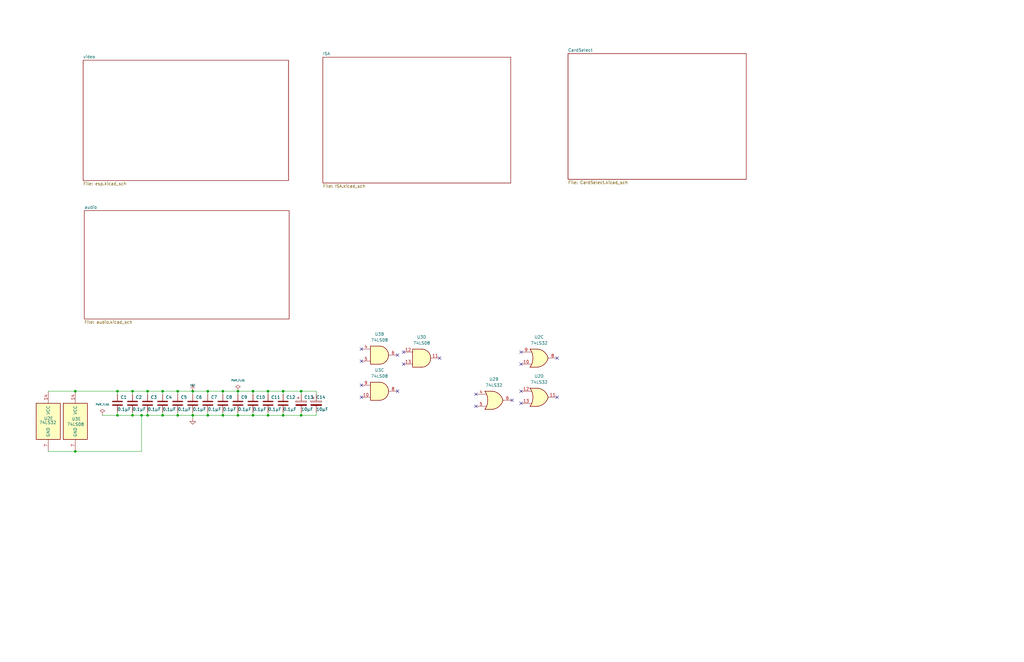
<source format=kicad_sch>
(kicad_sch
	(version 20250114)
	(generator "eeschema")
	(generator_version "9.0")
	(uuid "1489d9c1-97ed-41d1-bf7e-e97aaaa797c2")
	(paper "USLedger")
	(title_block
		(title "ISA VIDEO/SID")
		(date "2026-01-18")
		(rev "V1.0")
	)
	(lib_symbols
		(symbol "74xx:74LS08"
			(pin_names
				(offset 1.016)
			)
			(exclude_from_sim no)
			(in_bom yes)
			(on_board yes)
			(property "Reference" "U"
				(at 0 1.27 0)
				(effects
					(font
						(size 1.27 1.27)
					)
				)
			)
			(property "Value" "74LS08"
				(at 0 -1.27 0)
				(effects
					(font
						(size 1.27 1.27)
					)
				)
			)
			(property "Footprint" ""
				(at 0 0 0)
				(effects
					(font
						(size 1.27 1.27)
					)
					(hide yes)
				)
			)
			(property "Datasheet" "http://www.ti.com/lit/gpn/sn74LS08"
				(at 0 0 0)
				(effects
					(font
						(size 1.27 1.27)
					)
					(hide yes)
				)
			)
			(property "Description" "Quad And2"
				(at 0 0 0)
				(effects
					(font
						(size 1.27 1.27)
					)
					(hide yes)
				)
			)
			(property "ki_locked" ""
				(at 0 0 0)
				(effects
					(font
						(size 1.27 1.27)
					)
				)
			)
			(property "ki_keywords" "TTL and2"
				(at 0 0 0)
				(effects
					(font
						(size 1.27 1.27)
					)
					(hide yes)
				)
			)
			(property "ki_fp_filters" "DIP*W7.62mm*"
				(at 0 0 0)
				(effects
					(font
						(size 1.27 1.27)
					)
					(hide yes)
				)
			)
			(symbol "74LS08_1_1"
				(arc
					(start 0 3.81)
					(mid 3.7934 0)
					(end 0 -3.81)
					(stroke
						(width 0.254)
						(type default)
					)
					(fill
						(type background)
					)
				)
				(polyline
					(pts
						(xy 0 3.81) (xy -3.81 3.81) (xy -3.81 -3.81) (xy 0 -3.81)
					)
					(stroke
						(width 0.254)
						(type default)
					)
					(fill
						(type background)
					)
				)
				(pin input line
					(at -7.62 2.54 0)
					(length 3.81)
					(name "~"
						(effects
							(font
								(size 1.27 1.27)
							)
						)
					)
					(number "1"
						(effects
							(font
								(size 1.27 1.27)
							)
						)
					)
				)
				(pin input line
					(at -7.62 -2.54 0)
					(length 3.81)
					(name "~"
						(effects
							(font
								(size 1.27 1.27)
							)
						)
					)
					(number "2"
						(effects
							(font
								(size 1.27 1.27)
							)
						)
					)
				)
				(pin output line
					(at 7.62 0 180)
					(length 3.81)
					(name "~"
						(effects
							(font
								(size 1.27 1.27)
							)
						)
					)
					(number "3"
						(effects
							(font
								(size 1.27 1.27)
							)
						)
					)
				)
			)
			(symbol "74LS08_1_2"
				(arc
					(start -3.81 3.81)
					(mid -2.589 0)
					(end -3.81 -3.81)
					(stroke
						(width 0.254)
						(type default)
					)
					(fill
						(type none)
					)
				)
				(polyline
					(pts
						(xy -3.81 3.81) (xy -0.635 3.81)
					)
					(stroke
						(width 0.254)
						(type default)
					)
					(fill
						(type background)
					)
				)
				(polyline
					(pts
						(xy -3.81 -3.81) (xy -0.635 -3.81)
					)
					(stroke
						(width 0.254)
						(type default)
					)
					(fill
						(type background)
					)
				)
				(arc
					(start 3.81 0)
					(mid 2.1855 -2.584)
					(end -0.6096 -3.81)
					(stroke
						(width 0.254)
						(type default)
					)
					(fill
						(type background)
					)
				)
				(arc
					(start -0.6096 3.81)
					(mid 2.1928 2.5924)
					(end 3.81 0)
					(stroke
						(width 0.254)
						(type default)
					)
					(fill
						(type background)
					)
				)
				(polyline
					(pts
						(xy -0.635 3.81) (xy -3.81 3.81) (xy -3.81 3.81) (xy -3.556 3.4036) (xy -3.0226 2.2606) (xy -2.6924 1.0414)
						(xy -2.6162 -0.254) (xy -2.7686 -1.4986) (xy -3.175 -2.7178) (xy -3.81 -3.81) (xy -3.81 -3.81)
						(xy -0.635 -3.81)
					)
					(stroke
						(width -25.4)
						(type default)
					)
					(fill
						(type background)
					)
				)
				(pin input inverted
					(at -7.62 2.54 0)
					(length 4.318)
					(name "~"
						(effects
							(font
								(size 1.27 1.27)
							)
						)
					)
					(number "1"
						(effects
							(font
								(size 1.27 1.27)
							)
						)
					)
				)
				(pin input inverted
					(at -7.62 -2.54 0)
					(length 4.318)
					(name "~"
						(effects
							(font
								(size 1.27 1.27)
							)
						)
					)
					(number "2"
						(effects
							(font
								(size 1.27 1.27)
							)
						)
					)
				)
				(pin output inverted
					(at 7.62 0 180)
					(length 3.81)
					(name "~"
						(effects
							(font
								(size 1.27 1.27)
							)
						)
					)
					(number "3"
						(effects
							(font
								(size 1.27 1.27)
							)
						)
					)
				)
			)
			(symbol "74LS08_2_1"
				(arc
					(start 0 3.81)
					(mid 3.7934 0)
					(end 0 -3.81)
					(stroke
						(width 0.254)
						(type default)
					)
					(fill
						(type background)
					)
				)
				(polyline
					(pts
						(xy 0 3.81) (xy -3.81 3.81) (xy -3.81 -3.81) (xy 0 -3.81)
					)
					(stroke
						(width 0.254)
						(type default)
					)
					(fill
						(type background)
					)
				)
				(pin input line
					(at -7.62 2.54 0)
					(length 3.81)
					(name "~"
						(effects
							(font
								(size 1.27 1.27)
							)
						)
					)
					(number "4"
						(effects
							(font
								(size 1.27 1.27)
							)
						)
					)
				)
				(pin input line
					(at -7.62 -2.54 0)
					(length 3.81)
					(name "~"
						(effects
							(font
								(size 1.27 1.27)
							)
						)
					)
					(number "5"
						(effects
							(font
								(size 1.27 1.27)
							)
						)
					)
				)
				(pin output line
					(at 7.62 0 180)
					(length 3.81)
					(name "~"
						(effects
							(font
								(size 1.27 1.27)
							)
						)
					)
					(number "6"
						(effects
							(font
								(size 1.27 1.27)
							)
						)
					)
				)
			)
			(symbol "74LS08_2_2"
				(arc
					(start -3.81 3.81)
					(mid -2.589 0)
					(end -3.81 -3.81)
					(stroke
						(width 0.254)
						(type default)
					)
					(fill
						(type none)
					)
				)
				(polyline
					(pts
						(xy -3.81 3.81) (xy -0.635 3.81)
					)
					(stroke
						(width 0.254)
						(type default)
					)
					(fill
						(type background)
					)
				)
				(polyline
					(pts
						(xy -3.81 -3.81) (xy -0.635 -3.81)
					)
					(stroke
						(width 0.254)
						(type default)
					)
					(fill
						(type background)
					)
				)
				(arc
					(start 3.81 0)
					(mid 2.1855 -2.584)
					(end -0.6096 -3.81)
					(stroke
						(width 0.254)
						(type default)
					)
					(fill
						(type background)
					)
				)
				(arc
					(start -0.6096 3.81)
					(mid 2.1928 2.5924)
					(end 3.81 0)
					(stroke
						(width 0.254)
						(type default)
					)
					(fill
						(type background)
					)
				)
				(polyline
					(pts
						(xy -0.635 3.81) (xy -3.81 3.81) (xy -3.81 3.81) (xy -3.556 3.4036) (xy -3.0226 2.2606) (xy -2.6924 1.0414)
						(xy -2.6162 -0.254) (xy -2.7686 -1.4986) (xy -3.175 -2.7178) (xy -3.81 -3.81) (xy -3.81 -3.81)
						(xy -0.635 -3.81)
					)
					(stroke
						(width -25.4)
						(type default)
					)
					(fill
						(type background)
					)
				)
				(pin input inverted
					(at -7.62 2.54 0)
					(length 4.318)
					(name "~"
						(effects
							(font
								(size 1.27 1.27)
							)
						)
					)
					(number "4"
						(effects
							(font
								(size 1.27 1.27)
							)
						)
					)
				)
				(pin input inverted
					(at -7.62 -2.54 0)
					(length 4.318)
					(name "~"
						(effects
							(font
								(size 1.27 1.27)
							)
						)
					)
					(number "5"
						(effects
							(font
								(size 1.27 1.27)
							)
						)
					)
				)
				(pin output inverted
					(at 7.62 0 180)
					(length 3.81)
					(name "~"
						(effects
							(font
								(size 1.27 1.27)
							)
						)
					)
					(number "6"
						(effects
							(font
								(size 1.27 1.27)
							)
						)
					)
				)
			)
			(symbol "74LS08_3_1"
				(arc
					(start 0 3.81)
					(mid 3.7934 0)
					(end 0 -3.81)
					(stroke
						(width 0.254)
						(type default)
					)
					(fill
						(type background)
					)
				)
				(polyline
					(pts
						(xy 0 3.81) (xy -3.81 3.81) (xy -3.81 -3.81) (xy 0 -3.81)
					)
					(stroke
						(width 0.254)
						(type default)
					)
					(fill
						(type background)
					)
				)
				(pin input line
					(at -7.62 2.54 0)
					(length 3.81)
					(name "~"
						(effects
							(font
								(size 1.27 1.27)
							)
						)
					)
					(number "9"
						(effects
							(font
								(size 1.27 1.27)
							)
						)
					)
				)
				(pin input line
					(at -7.62 -2.54 0)
					(length 3.81)
					(name "~"
						(effects
							(font
								(size 1.27 1.27)
							)
						)
					)
					(number "10"
						(effects
							(font
								(size 1.27 1.27)
							)
						)
					)
				)
				(pin output line
					(at 7.62 0 180)
					(length 3.81)
					(name "~"
						(effects
							(font
								(size 1.27 1.27)
							)
						)
					)
					(number "8"
						(effects
							(font
								(size 1.27 1.27)
							)
						)
					)
				)
			)
			(symbol "74LS08_3_2"
				(arc
					(start -3.81 3.81)
					(mid -2.589 0)
					(end -3.81 -3.81)
					(stroke
						(width 0.254)
						(type default)
					)
					(fill
						(type none)
					)
				)
				(polyline
					(pts
						(xy -3.81 3.81) (xy -0.635 3.81)
					)
					(stroke
						(width 0.254)
						(type default)
					)
					(fill
						(type background)
					)
				)
				(polyline
					(pts
						(xy -3.81 -3.81) (xy -0.635 -3.81)
					)
					(stroke
						(width 0.254)
						(type default)
					)
					(fill
						(type background)
					)
				)
				(arc
					(start 3.81 0)
					(mid 2.1855 -2.584)
					(end -0.6096 -3.81)
					(stroke
						(width 0.254)
						(type default)
					)
					(fill
						(type background)
					)
				)
				(arc
					(start -0.6096 3.81)
					(mid 2.1928 2.5924)
					(end 3.81 0)
					(stroke
						(width 0.254)
						(type default)
					)
					(fill
						(type background)
					)
				)
				(polyline
					(pts
						(xy -0.635 3.81) (xy -3.81 3.81) (xy -3.81 3.81) (xy -3.556 3.4036) (xy -3.0226 2.2606) (xy -2.6924 1.0414)
						(xy -2.6162 -0.254) (xy -2.7686 -1.4986) (xy -3.175 -2.7178) (xy -3.81 -3.81) (xy -3.81 -3.81)
						(xy -0.635 -3.81)
					)
					(stroke
						(width -25.4)
						(type default)
					)
					(fill
						(type background)
					)
				)
				(pin input inverted
					(at -7.62 2.54 0)
					(length 4.318)
					(name "~"
						(effects
							(font
								(size 1.27 1.27)
							)
						)
					)
					(number "9"
						(effects
							(font
								(size 1.27 1.27)
							)
						)
					)
				)
				(pin input inverted
					(at -7.62 -2.54 0)
					(length 4.318)
					(name "~"
						(effects
							(font
								(size 1.27 1.27)
							)
						)
					)
					(number "10"
						(effects
							(font
								(size 1.27 1.27)
							)
						)
					)
				)
				(pin output inverted
					(at 7.62 0 180)
					(length 3.81)
					(name "~"
						(effects
							(font
								(size 1.27 1.27)
							)
						)
					)
					(number "8"
						(effects
							(font
								(size 1.27 1.27)
							)
						)
					)
				)
			)
			(symbol "74LS08_4_1"
				(arc
					(start 0 3.81)
					(mid 3.7934 0)
					(end 0 -3.81)
					(stroke
						(width 0.254)
						(type default)
					)
					(fill
						(type background)
					)
				)
				(polyline
					(pts
						(xy 0 3.81) (xy -3.81 3.81) (xy -3.81 -3.81) (xy 0 -3.81)
					)
					(stroke
						(width 0.254)
						(type default)
					)
					(fill
						(type background)
					)
				)
				(pin input line
					(at -7.62 2.54 0)
					(length 3.81)
					(name "~"
						(effects
							(font
								(size 1.27 1.27)
							)
						)
					)
					(number "12"
						(effects
							(font
								(size 1.27 1.27)
							)
						)
					)
				)
				(pin input line
					(at -7.62 -2.54 0)
					(length 3.81)
					(name "~"
						(effects
							(font
								(size 1.27 1.27)
							)
						)
					)
					(number "13"
						(effects
							(font
								(size 1.27 1.27)
							)
						)
					)
				)
				(pin output line
					(at 7.62 0 180)
					(length 3.81)
					(name "~"
						(effects
							(font
								(size 1.27 1.27)
							)
						)
					)
					(number "11"
						(effects
							(font
								(size 1.27 1.27)
							)
						)
					)
				)
			)
			(symbol "74LS08_4_2"
				(arc
					(start -3.81 3.81)
					(mid -2.589 0)
					(end -3.81 -3.81)
					(stroke
						(width 0.254)
						(type default)
					)
					(fill
						(type none)
					)
				)
				(polyline
					(pts
						(xy -3.81 3.81) (xy -0.635 3.81)
					)
					(stroke
						(width 0.254)
						(type default)
					)
					(fill
						(type background)
					)
				)
				(polyline
					(pts
						(xy -3.81 -3.81) (xy -0.635 -3.81)
					)
					(stroke
						(width 0.254)
						(type default)
					)
					(fill
						(type background)
					)
				)
				(arc
					(start 3.81 0)
					(mid 2.1855 -2.584)
					(end -0.6096 -3.81)
					(stroke
						(width 0.254)
						(type default)
					)
					(fill
						(type background)
					)
				)
				(arc
					(start -0.6096 3.81)
					(mid 2.1928 2.5924)
					(end 3.81 0)
					(stroke
						(width 0.254)
						(type default)
					)
					(fill
						(type background)
					)
				)
				(polyline
					(pts
						(xy -0.635 3.81) (xy -3.81 3.81) (xy -3.81 3.81) (xy -3.556 3.4036) (xy -3.0226 2.2606) (xy -2.6924 1.0414)
						(xy -2.6162 -0.254) (xy -2.7686 -1.4986) (xy -3.175 -2.7178) (xy -3.81 -3.81) (xy -3.81 -3.81)
						(xy -0.635 -3.81)
					)
					(stroke
						(width -25.4)
						(type default)
					)
					(fill
						(type background)
					)
				)
				(pin input inverted
					(at -7.62 2.54 0)
					(length 4.318)
					(name "~"
						(effects
							(font
								(size 1.27 1.27)
							)
						)
					)
					(number "12"
						(effects
							(font
								(size 1.27 1.27)
							)
						)
					)
				)
				(pin input inverted
					(at -7.62 -2.54 0)
					(length 4.318)
					(name "~"
						(effects
							(font
								(size 1.27 1.27)
							)
						)
					)
					(number "13"
						(effects
							(font
								(size 1.27 1.27)
							)
						)
					)
				)
				(pin output inverted
					(at 7.62 0 180)
					(length 3.81)
					(name "~"
						(effects
							(font
								(size 1.27 1.27)
							)
						)
					)
					(number "11"
						(effects
							(font
								(size 1.27 1.27)
							)
						)
					)
				)
			)
			(symbol "74LS08_5_0"
				(pin power_in line
					(at 0 12.7 270)
					(length 5.08)
					(name "VCC"
						(effects
							(font
								(size 1.27 1.27)
							)
						)
					)
					(number "14"
						(effects
							(font
								(size 1.27 1.27)
							)
						)
					)
				)
				(pin power_in line
					(at 0 -12.7 90)
					(length 5.08)
					(name "GND"
						(effects
							(font
								(size 1.27 1.27)
							)
						)
					)
					(number "7"
						(effects
							(font
								(size 1.27 1.27)
							)
						)
					)
				)
			)
			(symbol "74LS08_5_1"
				(rectangle
					(start -5.08 7.62)
					(end 5.08 -7.62)
					(stroke
						(width 0.254)
						(type default)
					)
					(fill
						(type background)
					)
				)
			)
			(embedded_fonts no)
		)
		(symbol "74xx:74LS32"
			(pin_names
				(offset 1.016)
			)
			(exclude_from_sim no)
			(in_bom yes)
			(on_board yes)
			(property "Reference" "U"
				(at 0 1.27 0)
				(effects
					(font
						(size 1.27 1.27)
					)
				)
			)
			(property "Value" "74LS32"
				(at 0 -1.27 0)
				(effects
					(font
						(size 1.27 1.27)
					)
				)
			)
			(property "Footprint" ""
				(at 0 0 0)
				(effects
					(font
						(size 1.27 1.27)
					)
					(hide yes)
				)
			)
			(property "Datasheet" "http://www.ti.com/lit/gpn/sn74LS32"
				(at 0 0 0)
				(effects
					(font
						(size 1.27 1.27)
					)
					(hide yes)
				)
			)
			(property "Description" "Quad 2-input OR"
				(at 0 0 0)
				(effects
					(font
						(size 1.27 1.27)
					)
					(hide yes)
				)
			)
			(property "ki_locked" ""
				(at 0 0 0)
				(effects
					(font
						(size 1.27 1.27)
					)
				)
			)
			(property "ki_keywords" "TTL Or2"
				(at 0 0 0)
				(effects
					(font
						(size 1.27 1.27)
					)
					(hide yes)
				)
			)
			(property "ki_fp_filters" "DIP?14*"
				(at 0 0 0)
				(effects
					(font
						(size 1.27 1.27)
					)
					(hide yes)
				)
			)
			(symbol "74LS32_1_1"
				(arc
					(start -3.81 3.81)
					(mid -2.589 0)
					(end -3.81 -3.81)
					(stroke
						(width 0.254)
						(type default)
					)
					(fill
						(type none)
					)
				)
				(polyline
					(pts
						(xy -3.81 3.81) (xy -0.635 3.81)
					)
					(stroke
						(width 0.254)
						(type default)
					)
					(fill
						(type background)
					)
				)
				(polyline
					(pts
						(xy -3.81 -3.81) (xy -0.635 -3.81)
					)
					(stroke
						(width 0.254)
						(type default)
					)
					(fill
						(type background)
					)
				)
				(arc
					(start 3.81 0)
					(mid 2.1855 -2.584)
					(end -0.6096 -3.81)
					(stroke
						(width 0.254)
						(type default)
					)
					(fill
						(type background)
					)
				)
				(arc
					(start -0.6096 3.81)
					(mid 2.1928 2.5924)
					(end 3.81 0)
					(stroke
						(width 0.254)
						(type default)
					)
					(fill
						(type background)
					)
				)
				(polyline
					(pts
						(xy -0.635 3.81) (xy -3.81 3.81) (xy -3.81 3.81) (xy -3.556 3.4036) (xy -3.0226 2.2606) (xy -2.6924 1.0414)
						(xy -2.6162 -0.254) (xy -2.7686 -1.4986) (xy -3.175 -2.7178) (xy -3.81 -3.81) (xy -3.81 -3.81)
						(xy -0.635 -3.81)
					)
					(stroke
						(width -25.4)
						(type default)
					)
					(fill
						(type background)
					)
				)
				(pin input line
					(at -7.62 2.54 0)
					(length 4.318)
					(name "~"
						(effects
							(font
								(size 1.27 1.27)
							)
						)
					)
					(number "1"
						(effects
							(font
								(size 1.27 1.27)
							)
						)
					)
				)
				(pin input line
					(at -7.62 -2.54 0)
					(length 4.318)
					(name "~"
						(effects
							(font
								(size 1.27 1.27)
							)
						)
					)
					(number "2"
						(effects
							(font
								(size 1.27 1.27)
							)
						)
					)
				)
				(pin output line
					(at 7.62 0 180)
					(length 3.81)
					(name "~"
						(effects
							(font
								(size 1.27 1.27)
							)
						)
					)
					(number "3"
						(effects
							(font
								(size 1.27 1.27)
							)
						)
					)
				)
			)
			(symbol "74LS32_1_2"
				(arc
					(start 0 3.81)
					(mid 3.7934 0)
					(end 0 -3.81)
					(stroke
						(width 0.254)
						(type default)
					)
					(fill
						(type background)
					)
				)
				(polyline
					(pts
						(xy 0 3.81) (xy -3.81 3.81) (xy -3.81 -3.81) (xy 0 -3.81)
					)
					(stroke
						(width 0.254)
						(type default)
					)
					(fill
						(type background)
					)
				)
				(pin input inverted
					(at -7.62 2.54 0)
					(length 3.81)
					(name "~"
						(effects
							(font
								(size 1.27 1.27)
							)
						)
					)
					(number "1"
						(effects
							(font
								(size 1.27 1.27)
							)
						)
					)
				)
				(pin input inverted
					(at -7.62 -2.54 0)
					(length 3.81)
					(name "~"
						(effects
							(font
								(size 1.27 1.27)
							)
						)
					)
					(number "2"
						(effects
							(font
								(size 1.27 1.27)
							)
						)
					)
				)
				(pin output inverted
					(at 7.62 0 180)
					(length 3.81)
					(name "~"
						(effects
							(font
								(size 1.27 1.27)
							)
						)
					)
					(number "3"
						(effects
							(font
								(size 1.27 1.27)
							)
						)
					)
				)
			)
			(symbol "74LS32_2_1"
				(arc
					(start -3.81 3.81)
					(mid -2.589 0)
					(end -3.81 -3.81)
					(stroke
						(width 0.254)
						(type default)
					)
					(fill
						(type none)
					)
				)
				(polyline
					(pts
						(xy -3.81 3.81) (xy -0.635 3.81)
					)
					(stroke
						(width 0.254)
						(type default)
					)
					(fill
						(type background)
					)
				)
				(polyline
					(pts
						(xy -3.81 -3.81) (xy -0.635 -3.81)
					)
					(stroke
						(width 0.254)
						(type default)
					)
					(fill
						(type background)
					)
				)
				(arc
					(start 3.81 0)
					(mid 2.1855 -2.584)
					(end -0.6096 -3.81)
					(stroke
						(width 0.254)
						(type default)
					)
					(fill
						(type background)
					)
				)
				(arc
					(start -0.6096 3.81)
					(mid 2.1928 2.5924)
					(end 3.81 0)
					(stroke
						(width 0.254)
						(type default)
					)
					(fill
						(type background)
					)
				)
				(polyline
					(pts
						(xy -0.635 3.81) (xy -3.81 3.81) (xy -3.81 3.81) (xy -3.556 3.4036) (xy -3.0226 2.2606) (xy -2.6924 1.0414)
						(xy -2.6162 -0.254) (xy -2.7686 -1.4986) (xy -3.175 -2.7178) (xy -3.81 -3.81) (xy -3.81 -3.81)
						(xy -0.635 -3.81)
					)
					(stroke
						(width -25.4)
						(type default)
					)
					(fill
						(type background)
					)
				)
				(pin input line
					(at -7.62 2.54 0)
					(length 4.318)
					(name "~"
						(effects
							(font
								(size 1.27 1.27)
							)
						)
					)
					(number "4"
						(effects
							(font
								(size 1.27 1.27)
							)
						)
					)
				)
				(pin input line
					(at -7.62 -2.54 0)
					(length 4.318)
					(name "~"
						(effects
							(font
								(size 1.27 1.27)
							)
						)
					)
					(number "5"
						(effects
							(font
								(size 1.27 1.27)
							)
						)
					)
				)
				(pin output line
					(at 7.62 0 180)
					(length 3.81)
					(name "~"
						(effects
							(font
								(size 1.27 1.27)
							)
						)
					)
					(number "6"
						(effects
							(font
								(size 1.27 1.27)
							)
						)
					)
				)
			)
			(symbol "74LS32_2_2"
				(arc
					(start 0 3.81)
					(mid 3.7934 0)
					(end 0 -3.81)
					(stroke
						(width 0.254)
						(type default)
					)
					(fill
						(type background)
					)
				)
				(polyline
					(pts
						(xy 0 3.81) (xy -3.81 3.81) (xy -3.81 -3.81) (xy 0 -3.81)
					)
					(stroke
						(width 0.254)
						(type default)
					)
					(fill
						(type background)
					)
				)
				(pin input inverted
					(at -7.62 2.54 0)
					(length 3.81)
					(name "~"
						(effects
							(font
								(size 1.27 1.27)
							)
						)
					)
					(number "4"
						(effects
							(font
								(size 1.27 1.27)
							)
						)
					)
				)
				(pin input inverted
					(at -7.62 -2.54 0)
					(length 3.81)
					(name "~"
						(effects
							(font
								(size 1.27 1.27)
							)
						)
					)
					(number "5"
						(effects
							(font
								(size 1.27 1.27)
							)
						)
					)
				)
				(pin output inverted
					(at 7.62 0 180)
					(length 3.81)
					(name "~"
						(effects
							(font
								(size 1.27 1.27)
							)
						)
					)
					(number "6"
						(effects
							(font
								(size 1.27 1.27)
							)
						)
					)
				)
			)
			(symbol "74LS32_3_1"
				(arc
					(start -3.81 3.81)
					(mid -2.589 0)
					(end -3.81 -3.81)
					(stroke
						(width 0.254)
						(type default)
					)
					(fill
						(type none)
					)
				)
				(polyline
					(pts
						(xy -3.81 3.81) (xy -0.635 3.81)
					)
					(stroke
						(width 0.254)
						(type default)
					)
					(fill
						(type background)
					)
				)
				(polyline
					(pts
						(xy -3.81 -3.81) (xy -0.635 -3.81)
					)
					(stroke
						(width 0.254)
						(type default)
					)
					(fill
						(type background)
					)
				)
				(arc
					(start 3.81 0)
					(mid 2.1855 -2.584)
					(end -0.6096 -3.81)
					(stroke
						(width 0.254)
						(type default)
					)
					(fill
						(type background)
					)
				)
				(arc
					(start -0.6096 3.81)
					(mid 2.1928 2.5924)
					(end 3.81 0)
					(stroke
						(width 0.254)
						(type default)
					)
					(fill
						(type background)
					)
				)
				(polyline
					(pts
						(xy -0.635 3.81) (xy -3.81 3.81) (xy -3.81 3.81) (xy -3.556 3.4036) (xy -3.0226 2.2606) (xy -2.6924 1.0414)
						(xy -2.6162 -0.254) (xy -2.7686 -1.4986) (xy -3.175 -2.7178) (xy -3.81 -3.81) (xy -3.81 -3.81)
						(xy -0.635 -3.81)
					)
					(stroke
						(width -25.4)
						(type default)
					)
					(fill
						(type background)
					)
				)
				(pin input line
					(at -7.62 2.54 0)
					(length 4.318)
					(name "~"
						(effects
							(font
								(size 1.27 1.27)
							)
						)
					)
					(number "9"
						(effects
							(font
								(size 1.27 1.27)
							)
						)
					)
				)
				(pin input line
					(at -7.62 -2.54 0)
					(length 4.318)
					(name "~"
						(effects
							(font
								(size 1.27 1.27)
							)
						)
					)
					(number "10"
						(effects
							(font
								(size 1.27 1.27)
							)
						)
					)
				)
				(pin output line
					(at 7.62 0 180)
					(length 3.81)
					(name "~"
						(effects
							(font
								(size 1.27 1.27)
							)
						)
					)
					(number "8"
						(effects
							(font
								(size 1.27 1.27)
							)
						)
					)
				)
			)
			(symbol "74LS32_3_2"
				(arc
					(start 0 3.81)
					(mid 3.7934 0)
					(end 0 -3.81)
					(stroke
						(width 0.254)
						(type default)
					)
					(fill
						(type background)
					)
				)
				(polyline
					(pts
						(xy 0 3.81) (xy -3.81 3.81) (xy -3.81 -3.81) (xy 0 -3.81)
					)
					(stroke
						(width 0.254)
						(type default)
					)
					(fill
						(type background)
					)
				)
				(pin input inverted
					(at -7.62 2.54 0)
					(length 3.81)
					(name "~"
						(effects
							(font
								(size 1.27 1.27)
							)
						)
					)
					(number "9"
						(effects
							(font
								(size 1.27 1.27)
							)
						)
					)
				)
				(pin input inverted
					(at -7.62 -2.54 0)
					(length 3.81)
					(name "~"
						(effects
							(font
								(size 1.27 1.27)
							)
						)
					)
					(number "10"
						(effects
							(font
								(size 1.27 1.27)
							)
						)
					)
				)
				(pin output inverted
					(at 7.62 0 180)
					(length 3.81)
					(name "~"
						(effects
							(font
								(size 1.27 1.27)
							)
						)
					)
					(number "8"
						(effects
							(font
								(size 1.27 1.27)
							)
						)
					)
				)
			)
			(symbol "74LS32_4_1"
				(arc
					(start -3.81 3.81)
					(mid -2.589 0)
					(end -3.81 -3.81)
					(stroke
						(width 0.254)
						(type default)
					)
					(fill
						(type none)
					)
				)
				(polyline
					(pts
						(xy -3.81 3.81) (xy -0.635 3.81)
					)
					(stroke
						(width 0.254)
						(type default)
					)
					(fill
						(type background)
					)
				)
				(polyline
					(pts
						(xy -3.81 -3.81) (xy -0.635 -3.81)
					)
					(stroke
						(width 0.254)
						(type default)
					)
					(fill
						(type background)
					)
				)
				(arc
					(start 3.81 0)
					(mid 2.1855 -2.584)
					(end -0.6096 -3.81)
					(stroke
						(width 0.254)
						(type default)
					)
					(fill
						(type background)
					)
				)
				(arc
					(start -0.6096 3.81)
					(mid 2.1928 2.5924)
					(end 3.81 0)
					(stroke
						(width 0.254)
						(type default)
					)
					(fill
						(type background)
					)
				)
				(polyline
					(pts
						(xy -0.635 3.81) (xy -3.81 3.81) (xy -3.81 3.81) (xy -3.556 3.4036) (xy -3.0226 2.2606) (xy -2.6924 1.0414)
						(xy -2.6162 -0.254) (xy -2.7686 -1.4986) (xy -3.175 -2.7178) (xy -3.81 -3.81) (xy -3.81 -3.81)
						(xy -0.635 -3.81)
					)
					(stroke
						(width -25.4)
						(type default)
					)
					(fill
						(type background)
					)
				)
				(pin input line
					(at -7.62 2.54 0)
					(length 4.318)
					(name "~"
						(effects
							(font
								(size 1.27 1.27)
							)
						)
					)
					(number "12"
						(effects
							(font
								(size 1.27 1.27)
							)
						)
					)
				)
				(pin input line
					(at -7.62 -2.54 0)
					(length 4.318)
					(name "~"
						(effects
							(font
								(size 1.27 1.27)
							)
						)
					)
					(number "13"
						(effects
							(font
								(size 1.27 1.27)
							)
						)
					)
				)
				(pin output line
					(at 7.62 0 180)
					(length 3.81)
					(name "~"
						(effects
							(font
								(size 1.27 1.27)
							)
						)
					)
					(number "11"
						(effects
							(font
								(size 1.27 1.27)
							)
						)
					)
				)
			)
			(symbol "74LS32_4_2"
				(arc
					(start 0 3.81)
					(mid 3.7934 0)
					(end 0 -3.81)
					(stroke
						(width 0.254)
						(type default)
					)
					(fill
						(type background)
					)
				)
				(polyline
					(pts
						(xy 0 3.81) (xy -3.81 3.81) (xy -3.81 -3.81) (xy 0 -3.81)
					)
					(stroke
						(width 0.254)
						(type default)
					)
					(fill
						(type background)
					)
				)
				(pin input inverted
					(at -7.62 2.54 0)
					(length 3.81)
					(name "~"
						(effects
							(font
								(size 1.27 1.27)
							)
						)
					)
					(number "12"
						(effects
							(font
								(size 1.27 1.27)
							)
						)
					)
				)
				(pin input inverted
					(at -7.62 -2.54 0)
					(length 3.81)
					(name "~"
						(effects
							(font
								(size 1.27 1.27)
							)
						)
					)
					(number "13"
						(effects
							(font
								(size 1.27 1.27)
							)
						)
					)
				)
				(pin output inverted
					(at 7.62 0 180)
					(length 3.81)
					(name "~"
						(effects
							(font
								(size 1.27 1.27)
							)
						)
					)
					(number "11"
						(effects
							(font
								(size 1.27 1.27)
							)
						)
					)
				)
			)
			(symbol "74LS32_5_0"
				(pin power_in line
					(at 0 12.7 270)
					(length 5.08)
					(name "VCC"
						(effects
							(font
								(size 1.27 1.27)
							)
						)
					)
					(number "14"
						(effects
							(font
								(size 1.27 1.27)
							)
						)
					)
				)
				(pin power_in line
					(at 0 -12.7 90)
					(length 5.08)
					(name "GND"
						(effects
							(font
								(size 1.27 1.27)
							)
						)
					)
					(number "7"
						(effects
							(font
								(size 1.27 1.27)
							)
						)
					)
				)
			)
			(symbol "74LS32_5_1"
				(rectangle
					(start -5.08 7.62)
					(end 5.08 -7.62)
					(stroke
						(width 0.254)
						(type default)
					)
					(fill
						(type background)
					)
				)
			)
			(embedded_fonts no)
		)
		(symbol "Device:C"
			(pin_numbers
				(hide yes)
			)
			(pin_names
				(offset 0.254)
			)
			(exclude_from_sim no)
			(in_bom yes)
			(on_board yes)
			(property "Reference" "C"
				(at 0.635 2.54 0)
				(effects
					(font
						(size 1.27 1.27)
					)
					(justify left)
				)
			)
			(property "Value" "C"
				(at 0.635 -2.54 0)
				(effects
					(font
						(size 1.27 1.27)
					)
					(justify left)
				)
			)
			(property "Footprint" ""
				(at 0.9652 -3.81 0)
				(effects
					(font
						(size 1.27 1.27)
					)
					(hide yes)
				)
			)
			(property "Datasheet" "~"
				(at 0 0 0)
				(effects
					(font
						(size 1.27 1.27)
					)
					(hide yes)
				)
			)
			(property "Description" "Unpolarized capacitor"
				(at 0 0 0)
				(effects
					(font
						(size 1.27 1.27)
					)
					(hide yes)
				)
			)
			(property "ki_keywords" "cap capacitor"
				(at 0 0 0)
				(effects
					(font
						(size 1.27 1.27)
					)
					(hide yes)
				)
			)
			(property "ki_fp_filters" "C_*"
				(at 0 0 0)
				(effects
					(font
						(size 1.27 1.27)
					)
					(hide yes)
				)
			)
			(symbol "C_0_1"
				(polyline
					(pts
						(xy -2.032 0.762) (xy 2.032 0.762)
					)
					(stroke
						(width 0.508)
						(type default)
					)
					(fill
						(type none)
					)
				)
				(polyline
					(pts
						(xy -2.032 -0.762) (xy 2.032 -0.762)
					)
					(stroke
						(width 0.508)
						(type default)
					)
					(fill
						(type none)
					)
				)
			)
			(symbol "C_1_1"
				(pin passive line
					(at 0 3.81 270)
					(length 2.794)
					(name "~"
						(effects
							(font
								(size 1.27 1.27)
							)
						)
					)
					(number "1"
						(effects
							(font
								(size 1.27 1.27)
							)
						)
					)
				)
				(pin passive line
					(at 0 -3.81 90)
					(length 2.794)
					(name "~"
						(effects
							(font
								(size 1.27 1.27)
							)
						)
					)
					(number "2"
						(effects
							(font
								(size 1.27 1.27)
							)
						)
					)
				)
			)
			(embedded_fonts no)
		)
		(symbol "Device:C_Polarized"
			(pin_numbers
				(hide yes)
			)
			(pin_names
				(offset 0.254)
			)
			(exclude_from_sim no)
			(in_bom yes)
			(on_board yes)
			(property "Reference" "C"
				(at 0.635 2.54 0)
				(effects
					(font
						(size 1.27 1.27)
					)
					(justify left)
				)
			)
			(property "Value" "C_Polarized"
				(at 0.635 -2.54 0)
				(effects
					(font
						(size 1.27 1.27)
					)
					(justify left)
				)
			)
			(property "Footprint" ""
				(at 0.9652 -3.81 0)
				(effects
					(font
						(size 1.27 1.27)
					)
					(hide yes)
				)
			)
			(property "Datasheet" "~"
				(at 0 0 0)
				(effects
					(font
						(size 1.27 1.27)
					)
					(hide yes)
				)
			)
			(property "Description" "Polarized capacitor"
				(at 0 0 0)
				(effects
					(font
						(size 1.27 1.27)
					)
					(hide yes)
				)
			)
			(property "ki_keywords" "cap capacitor"
				(at 0 0 0)
				(effects
					(font
						(size 1.27 1.27)
					)
					(hide yes)
				)
			)
			(property "ki_fp_filters" "CP_*"
				(at 0 0 0)
				(effects
					(font
						(size 1.27 1.27)
					)
					(hide yes)
				)
			)
			(symbol "C_Polarized_0_1"
				(rectangle
					(start -2.286 0.508)
					(end 2.286 1.016)
					(stroke
						(width 0)
						(type default)
					)
					(fill
						(type none)
					)
				)
				(polyline
					(pts
						(xy -1.778 2.286) (xy -0.762 2.286)
					)
					(stroke
						(width 0)
						(type default)
					)
					(fill
						(type none)
					)
				)
				(polyline
					(pts
						(xy -1.27 2.794) (xy -1.27 1.778)
					)
					(stroke
						(width 0)
						(type default)
					)
					(fill
						(type none)
					)
				)
				(rectangle
					(start 2.286 -0.508)
					(end -2.286 -1.016)
					(stroke
						(width 0)
						(type default)
					)
					(fill
						(type outline)
					)
				)
			)
			(symbol "C_Polarized_1_1"
				(pin passive line
					(at 0 3.81 270)
					(length 2.794)
					(name "~"
						(effects
							(font
								(size 1.27 1.27)
							)
						)
					)
					(number "1"
						(effects
							(font
								(size 1.27 1.27)
							)
						)
					)
				)
				(pin passive line
					(at 0 -3.81 90)
					(length 2.794)
					(name "~"
						(effects
							(font
								(size 1.27 1.27)
							)
						)
					)
					(number "2"
						(effects
							(font
								(size 1.27 1.27)
							)
						)
					)
				)
			)
			(embedded_fonts no)
		)
		(symbol "power:GND"
			(power)
			(pin_numbers
				(hide yes)
			)
			(pin_names
				(offset 0)
				(hide yes)
			)
			(exclude_from_sim no)
			(in_bom yes)
			(on_board yes)
			(property "Reference" "#PWR"
				(at 0 -6.35 0)
				(effects
					(font
						(size 1.27 1.27)
					)
					(hide yes)
				)
			)
			(property "Value" "GND"
				(at 0 -3.81 0)
				(effects
					(font
						(size 1.27 1.27)
					)
				)
			)
			(property "Footprint" ""
				(at 0 0 0)
				(effects
					(font
						(size 1.27 1.27)
					)
					(hide yes)
				)
			)
			(property "Datasheet" ""
				(at 0 0 0)
				(effects
					(font
						(size 1.27 1.27)
					)
					(hide yes)
				)
			)
			(property "Description" "Power symbol creates a global label with name \"GND\" , ground"
				(at 0 0 0)
				(effects
					(font
						(size 1.27 1.27)
					)
					(hide yes)
				)
			)
			(property "ki_keywords" "global power"
				(at 0 0 0)
				(effects
					(font
						(size 1.27 1.27)
					)
					(hide yes)
				)
			)
			(symbol "GND_0_1"
				(polyline
					(pts
						(xy 0 0) (xy 0 -1.27) (xy 1.27 -1.27) (xy 0 -2.54) (xy -1.27 -1.27) (xy 0 -1.27)
					)
					(stroke
						(width 0)
						(type default)
					)
					(fill
						(type none)
					)
				)
			)
			(symbol "GND_1_1"
				(pin power_in line
					(at 0 0 270)
					(length 0)
					(name "~"
						(effects
							(font
								(size 1.27 1.27)
							)
						)
					)
					(number "1"
						(effects
							(font
								(size 1.27 1.27)
							)
						)
					)
				)
			)
			(embedded_fonts no)
		)
		(symbol "power:PWR_FLAG"
			(power)
			(pin_numbers
				(hide yes)
			)
			(pin_names
				(offset 0)
				(hide yes)
			)
			(exclude_from_sim no)
			(in_bom yes)
			(on_board yes)
			(property "Reference" "#FLG"
				(at 0 1.905 0)
				(effects
					(font
						(size 1.27 1.27)
					)
					(hide yes)
				)
			)
			(property "Value" "PWR_FLAG"
				(at 0 3.81 0)
				(effects
					(font
						(size 1.27 1.27)
					)
				)
			)
			(property "Footprint" ""
				(at 0 0 0)
				(effects
					(font
						(size 1.27 1.27)
					)
					(hide yes)
				)
			)
			(property "Datasheet" "~"
				(at 0 0 0)
				(effects
					(font
						(size 1.27 1.27)
					)
					(hide yes)
				)
			)
			(property "Description" "Special symbol for telling ERC where power comes from"
				(at 0 0 0)
				(effects
					(font
						(size 1.27 1.27)
					)
					(hide yes)
				)
			)
			(property "ki_keywords" "flag power"
				(at 0 0 0)
				(effects
					(font
						(size 1.27 1.27)
					)
					(hide yes)
				)
			)
			(symbol "PWR_FLAG_0_0"
				(pin power_out line
					(at 0 0 90)
					(length 0)
					(name "~"
						(effects
							(font
								(size 1.27 1.27)
							)
						)
					)
					(number "1"
						(effects
							(font
								(size 1.27 1.27)
							)
						)
					)
				)
			)
			(symbol "PWR_FLAG_0_1"
				(polyline
					(pts
						(xy 0 0) (xy 0 1.27) (xy -1.016 1.905) (xy 0 2.54) (xy 1.016 1.905) (xy 0 1.27)
					)
					(stroke
						(width 0)
						(type default)
					)
					(fill
						(type none)
					)
				)
			)
			(embedded_fonts no)
		)
		(symbol "power:VCC"
			(power)
			(pin_numbers
				(hide yes)
			)
			(pin_names
				(offset 0)
				(hide yes)
			)
			(exclude_from_sim no)
			(in_bom yes)
			(on_board yes)
			(property "Reference" "#PWR"
				(at 0 -3.81 0)
				(effects
					(font
						(size 1.27 1.27)
					)
					(hide yes)
				)
			)
			(property "Value" "VCC"
				(at 0 3.556 0)
				(effects
					(font
						(size 1.27 1.27)
					)
				)
			)
			(property "Footprint" ""
				(at 0 0 0)
				(effects
					(font
						(size 1.27 1.27)
					)
					(hide yes)
				)
			)
			(property "Datasheet" ""
				(at 0 0 0)
				(effects
					(font
						(size 1.27 1.27)
					)
					(hide yes)
				)
			)
			(property "Description" "Power symbol creates a global label with name \"VCC\""
				(at 0 0 0)
				(effects
					(font
						(size 1.27 1.27)
					)
					(hide yes)
				)
			)
			(property "ki_keywords" "global power"
				(at 0 0 0)
				(effects
					(font
						(size 1.27 1.27)
					)
					(hide yes)
				)
			)
			(symbol "VCC_0_1"
				(polyline
					(pts
						(xy -0.762 1.27) (xy 0 2.54)
					)
					(stroke
						(width 0)
						(type default)
					)
					(fill
						(type none)
					)
				)
				(polyline
					(pts
						(xy 0 2.54) (xy 0.762 1.27)
					)
					(stroke
						(width 0)
						(type default)
					)
					(fill
						(type none)
					)
				)
				(polyline
					(pts
						(xy 0 0) (xy 0 2.54)
					)
					(stroke
						(width 0)
						(type default)
					)
					(fill
						(type none)
					)
				)
			)
			(symbol "VCC_1_1"
				(pin power_in line
					(at 0 0 90)
					(length 0)
					(name "~"
						(effects
							(font
								(size 1.27 1.27)
							)
						)
					)
					(number "1"
						(effects
							(font
								(size 1.27 1.27)
							)
						)
					)
				)
			)
			(embedded_fonts no)
		)
	)
	(junction
		(at 55.88 165.1)
		(diameter 0)
		(color 0 0 0 0)
		(uuid "0506b5db-844c-47a7-a3de-0a4ad4a4db3e")
	)
	(junction
		(at 62.23 175.26)
		(diameter 0)
		(color 0 0 0 0)
		(uuid "0aca080d-17be-43ec-aaef-194c5f2283e3")
	)
	(junction
		(at 93.98 165.1)
		(diameter 0)
		(color 0 0 0 0)
		(uuid "0f263272-1487-48ed-bb59-7232fda0fc7c")
	)
	(junction
		(at 68.58 175.26)
		(diameter 0)
		(color 0 0 0 0)
		(uuid "12e53fe8-8d71-433c-9a84-802391618c35")
	)
	(junction
		(at 87.63 165.1)
		(diameter 0)
		(color 0 0 0 0)
		(uuid "13f443bb-dd93-4400-9663-b65eb3da63c6")
	)
	(junction
		(at 49.53 165.1)
		(diameter 0)
		(color 0 0 0 0)
		(uuid "1e529991-7443-430e-b3a2-8e3362a222b9")
	)
	(junction
		(at 31.75 190.5)
		(diameter 0)
		(color 0 0 0 0)
		(uuid "42d428cf-d518-46e4-ba29-438284c8b63f")
	)
	(junction
		(at 113.03 165.1)
		(diameter 0)
		(color 0 0 0 0)
		(uuid "42d82cd2-bf8c-4827-9007-b8daaa0f9617")
	)
	(junction
		(at 127 165.1)
		(diameter 0)
		(color 0 0 0 0)
		(uuid "46e60860-8900-4c23-8c69-4489ea9d80c5")
	)
	(junction
		(at 106.68 175.26)
		(diameter 0)
		(color 0 0 0 0)
		(uuid "4cfb0ab7-ba79-4f15-be0b-8202a6da47e5")
	)
	(junction
		(at 49.53 175.26)
		(diameter 0)
		(color 0 0 0 0)
		(uuid "540c715e-8eed-4201-a837-9f131700c0c1")
	)
	(junction
		(at 106.68 165.1)
		(diameter 0)
		(color 0 0 0 0)
		(uuid "5871d7e8-db15-4e59-bbb4-abac1baea8c2")
	)
	(junction
		(at 100.33 175.26)
		(diameter 0)
		(color 0 0 0 0)
		(uuid "5c3d4e81-e634-4260-b12d-90df13b63e45")
	)
	(junction
		(at 127 175.26)
		(diameter 0)
		(color 0 0 0 0)
		(uuid "6a9154b7-b1f0-42df-b921-d1a112cab3b8")
	)
	(junction
		(at 113.03 175.26)
		(diameter 0)
		(color 0 0 0 0)
		(uuid "7b5fb6cf-2d6f-4701-8d1b-b083a47d0ae2")
	)
	(junction
		(at 81.28 175.26)
		(diameter 0)
		(color 0 0 0 0)
		(uuid "7e5e12ef-32bb-4361-b0be-94abf7482ff1")
	)
	(junction
		(at 59.69 175.26)
		(diameter 0)
		(color 0 0 0 0)
		(uuid "81959331-f335-4932-9463-c86ea2022500")
	)
	(junction
		(at 68.58 165.1)
		(diameter 0)
		(color 0 0 0 0)
		(uuid "936b1ea4-2e12-46dd-a073-937390a203ee")
	)
	(junction
		(at 119.38 165.1)
		(diameter 0)
		(color 0 0 0 0)
		(uuid "9d4a1f1c-f879-4623-9d1a-2b22e884a0e3")
	)
	(junction
		(at 100.33 165.1)
		(diameter 0)
		(color 0 0 0 0)
		(uuid "b3be0fe7-2295-4acf-b59c-91f58fdfd0e0")
	)
	(junction
		(at 74.93 165.1)
		(diameter 0)
		(color 0 0 0 0)
		(uuid "b4f6e0a6-d9c7-4f59-ac85-f444394b69a7")
	)
	(junction
		(at 74.93 175.26)
		(diameter 0)
		(color 0 0 0 0)
		(uuid "bb48a993-59aa-4ec6-8370-9ff960fb0fc9")
	)
	(junction
		(at 31.75 165.1)
		(diameter 0)
		(color 0 0 0 0)
		(uuid "bd7c297e-c5bd-4456-a395-97d103bbbb6e")
	)
	(junction
		(at 93.98 175.26)
		(diameter 0)
		(color 0 0 0 0)
		(uuid "cbfd9df3-c4e5-4559-a2b4-96fec7f55038")
	)
	(junction
		(at 119.38 175.26)
		(diameter 0)
		(color 0 0 0 0)
		(uuid "cd807349-99ba-4ed4-b5a2-f04b4da4cfbe")
	)
	(junction
		(at 55.88 175.26)
		(diameter 0)
		(color 0 0 0 0)
		(uuid "ed58f849-e1c3-4b7f-b04c-c1cf46499151")
	)
	(junction
		(at 81.28 165.1)
		(diameter 0)
		(color 0 0 0 0)
		(uuid "f5f921e9-ffb3-422a-85ba-58bca4e75c7a")
	)
	(junction
		(at 87.63 175.26)
		(diameter 0)
		(color 0 0 0 0)
		(uuid "fab6c971-e296-4057-8894-3ae23203bd3c")
	)
	(junction
		(at 62.23 165.1)
		(diameter 0)
		(color 0 0 0 0)
		(uuid "feca78cb-cd62-41b3-80d1-f17c6edaba21")
	)
	(no_connect
		(at 167.64 149.86)
		(uuid "05291fac-6d81-4ecb-bbc2-1311529c1bb9")
	)
	(no_connect
		(at 152.4 152.4)
		(uuid "1a071ff3-8e39-4f18-9397-f03db3bb7e87")
	)
	(no_connect
		(at 219.71 165.1)
		(uuid "213ca1f0-c4a5-49d2-92b7-61908fba87fe")
	)
	(no_connect
		(at 234.95 167.64)
		(uuid "25699185-33ba-4faa-a1b7-ac481e4cd119")
	)
	(no_connect
		(at 219.71 153.67)
		(uuid "31ab4f46-1803-41ab-b730-fde3ce7eb06d")
	)
	(no_connect
		(at 170.18 148.59)
		(uuid "378ac3cb-7478-4bb1-97eb-71d336bd999b")
	)
	(no_connect
		(at 185.42 151.13)
		(uuid "3c5dec57-529d-4761-9897-8c8db1273430")
	)
	(no_connect
		(at 219.71 170.18)
		(uuid "511e3d90-d034-491c-8798-c3366958bde0")
	)
	(no_connect
		(at 152.4 162.56)
		(uuid "5de9fca2-99e9-4687-8765-d00223646859")
	)
	(no_connect
		(at 170.18 153.67)
		(uuid "69d22a6f-f4c3-4283-99d8-856e882f419b")
	)
	(no_connect
		(at 219.71 148.59)
		(uuid "876b11bf-ebb4-4f74-b2cb-0a889c53a0ee")
	)
	(no_connect
		(at 152.4 167.64)
		(uuid "97321c2f-d0d7-4c1b-9b06-e7e9978a6929")
	)
	(no_connect
		(at 167.64 165.1)
		(uuid "9c00b9e7-7691-4284-a582-cd3374bd2e6b")
	)
	(no_connect
		(at 215.9 168.91)
		(uuid "a9516f54-e982-4438-b7bb-4ba9f91f3b77")
	)
	(no_connect
		(at 200.66 166.37)
		(uuid "ab8bbaaa-f861-4786-8faa-b8a3d52b7259")
	)
	(no_connect
		(at 200.66 171.45)
		(uuid "c18abeeb-fffb-4bf3-a836-acca150c48a6")
	)
	(no_connect
		(at 152.4 147.32)
		(uuid "d173d4e1-9b31-4203-83fe-5e26f26f745e")
	)
	(no_connect
		(at 234.95 151.13)
		(uuid "e10889d8-07a6-46e5-90ea-57df905f7177")
	)
	(wire
		(pts
			(xy 87.63 173.99) (xy 87.63 175.26)
		)
		(stroke
			(width 0)
			(type default)
		)
		(uuid "00301858-6a0b-4f00-8877-6dbd7dcb94c4")
	)
	(wire
		(pts
			(xy 68.58 173.99) (xy 68.58 175.26)
		)
		(stroke
			(width 0)
			(type default)
		)
		(uuid "0792bc37-da32-46d3-9c96-4b1ab2e130b0")
	)
	(wire
		(pts
			(xy 62.23 173.99) (xy 62.23 175.26)
		)
		(stroke
			(width 0)
			(type default)
		)
		(uuid "15b6ec6a-54c6-4bbb-89d6-a65e89818084")
	)
	(wire
		(pts
			(xy 119.38 173.99) (xy 119.38 175.26)
		)
		(stroke
			(width 0)
			(type default)
		)
		(uuid "174f004d-cfae-4e55-821f-7e5fd3ba351a")
	)
	(wire
		(pts
			(xy 87.63 165.1) (xy 87.63 166.37)
		)
		(stroke
			(width 0)
			(type default)
		)
		(uuid "1c6e7ad8-c36a-487f-9f43-bb4badf33a04")
	)
	(wire
		(pts
			(xy 43.18 175.26) (xy 49.53 175.26)
		)
		(stroke
			(width 0)
			(type default)
		)
		(uuid "1dba6b6c-e106-4e69-9968-87e4269e5537")
	)
	(wire
		(pts
			(xy 113.03 165.1) (xy 119.38 165.1)
		)
		(stroke
			(width 0)
			(type default)
		)
		(uuid "1ff30b30-2182-46f0-859a-f070d2a672d2")
	)
	(wire
		(pts
			(xy 127 175.26) (xy 133.35 175.26)
		)
		(stroke
			(width 0)
			(type default)
		)
		(uuid "26e7ab60-e611-499f-8ae7-2c875e01b88e")
	)
	(wire
		(pts
			(xy 49.53 175.26) (xy 55.88 175.26)
		)
		(stroke
			(width 0)
			(type default)
		)
		(uuid "2fef3be8-7f1f-4560-bfe0-002d77b0195a")
	)
	(wire
		(pts
			(xy 87.63 165.1) (xy 93.98 165.1)
		)
		(stroke
			(width 0)
			(type default)
		)
		(uuid "349ef3da-cec8-4f81-96a0-c05e748fbbc9")
	)
	(wire
		(pts
			(xy 113.03 175.26) (xy 119.38 175.26)
		)
		(stroke
			(width 0)
			(type default)
		)
		(uuid "3a56dd55-76ae-4d31-98f0-dc2114521bbf")
	)
	(wire
		(pts
			(xy 81.28 175.26) (xy 81.28 176.53)
		)
		(stroke
			(width 0)
			(type default)
		)
		(uuid "45cd6015-7bf6-473f-a187-b66e45f5e266")
	)
	(wire
		(pts
			(xy 127 165.1) (xy 133.35 165.1)
		)
		(stroke
			(width 0)
			(type default)
		)
		(uuid "48badf50-782d-4a46-bfcb-dede5d69284a")
	)
	(wire
		(pts
			(xy 55.88 165.1) (xy 55.88 166.37)
		)
		(stroke
			(width 0)
			(type default)
		)
		(uuid "4f8cdd29-6bc6-48ef-85d0-6608aa0bfed9")
	)
	(wire
		(pts
			(xy 93.98 165.1) (xy 100.33 165.1)
		)
		(stroke
			(width 0)
			(type default)
		)
		(uuid "529a0495-549d-41a7-b261-043e5de0c9cc")
	)
	(wire
		(pts
			(xy 119.38 165.1) (xy 127 165.1)
		)
		(stroke
			(width 0)
			(type default)
		)
		(uuid "55cbf40d-2240-404f-9d41-05eed9e42adb")
	)
	(wire
		(pts
			(xy 62.23 165.1) (xy 68.58 165.1)
		)
		(stroke
			(width 0)
			(type default)
		)
		(uuid "5bab4dd2-a055-4f12-a228-ca29b35e0da5")
	)
	(wire
		(pts
			(xy 106.68 173.99) (xy 106.68 175.26)
		)
		(stroke
			(width 0)
			(type default)
		)
		(uuid "5db84a29-ac23-49f4-bef1-ebc1ceef9797")
	)
	(wire
		(pts
			(xy 74.93 165.1) (xy 74.93 166.37)
		)
		(stroke
			(width 0)
			(type default)
		)
		(uuid "614fa1bc-405d-432d-aaa2-35f8dbab464f")
	)
	(wire
		(pts
			(xy 74.93 175.26) (xy 81.28 175.26)
		)
		(stroke
			(width 0)
			(type default)
		)
		(uuid "616eb8a3-9533-457c-9407-d63fb2906905")
	)
	(wire
		(pts
			(xy 106.68 165.1) (xy 106.68 166.37)
		)
		(stroke
			(width 0)
			(type default)
		)
		(uuid "624aa514-7372-428f-9747-42b5d8fc2d57")
	)
	(wire
		(pts
			(xy 68.58 175.26) (xy 74.93 175.26)
		)
		(stroke
			(width 0)
			(type default)
		)
		(uuid "6f4689cb-e3e3-42b9-b25c-30e968a42a0b")
	)
	(wire
		(pts
			(xy 62.23 175.26) (xy 68.58 175.26)
		)
		(stroke
			(width 0)
			(type default)
		)
		(uuid "6ffd5a11-d3c5-434d-a76f-d5d231efeb5e")
	)
	(wire
		(pts
			(xy 68.58 165.1) (xy 68.58 166.37)
		)
		(stroke
			(width 0)
			(type default)
		)
		(uuid "717ed22e-b465-4233-aa91-119a59ee1268")
	)
	(wire
		(pts
			(xy 93.98 175.26) (xy 100.33 175.26)
		)
		(stroke
			(width 0)
			(type default)
		)
		(uuid "75f37595-37e0-4077-a070-ca0657bac6c7")
	)
	(wire
		(pts
			(xy 100.33 175.26) (xy 106.68 175.26)
		)
		(stroke
			(width 0)
			(type default)
		)
		(uuid "76974ca6-a459-45ae-b490-ca645a876148")
	)
	(wire
		(pts
			(xy 133.35 165.1) (xy 133.35 166.37)
		)
		(stroke
			(width 0)
			(type default)
		)
		(uuid "78eb56de-efa7-4b83-90dd-877e39c1b3f4")
	)
	(wire
		(pts
			(xy 100.33 165.1) (xy 100.33 166.37)
		)
		(stroke
			(width 0)
			(type default)
		)
		(uuid "793b915b-cb28-4ee1-bb98-f2300b9d74a9")
	)
	(wire
		(pts
			(xy 68.58 165.1) (xy 74.93 165.1)
		)
		(stroke
			(width 0)
			(type default)
		)
		(uuid "7d9c84be-24b1-4574-881f-45e09c46d1e6")
	)
	(wire
		(pts
			(xy 133.35 173.99) (xy 133.35 175.26)
		)
		(stroke
			(width 0)
			(type default)
		)
		(uuid "8109e67b-5787-433c-aa74-2a5a88ff684c")
	)
	(wire
		(pts
			(xy 55.88 173.99) (xy 55.88 175.26)
		)
		(stroke
			(width 0)
			(type default)
		)
		(uuid "82925ad2-a8f4-4467-9631-b697d6114560")
	)
	(wire
		(pts
			(xy 31.75 190.5) (xy 59.69 190.5)
		)
		(stroke
			(width 0)
			(type default)
		)
		(uuid "82ceaed8-4735-49eb-8098-6cb7a6912bab")
	)
	(wire
		(pts
			(xy 74.93 173.99) (xy 74.93 175.26)
		)
		(stroke
			(width 0)
			(type default)
		)
		(uuid "99902062-7055-49b0-87df-b4e7d666d526")
	)
	(wire
		(pts
			(xy 127 165.1) (xy 127 166.37)
		)
		(stroke
			(width 0)
			(type default)
		)
		(uuid "9c255a96-79b7-4654-a3a8-c862a8b90e5a")
	)
	(wire
		(pts
			(xy 49.53 165.1) (xy 55.88 165.1)
		)
		(stroke
			(width 0)
			(type default)
		)
		(uuid "9f6132ac-293d-4dd1-871a-ed2c206bec65")
	)
	(wire
		(pts
			(xy 93.98 173.99) (xy 93.98 175.26)
		)
		(stroke
			(width 0)
			(type default)
		)
		(uuid "a26667b5-7909-4f97-8c0c-c085a15e16ce")
	)
	(wire
		(pts
			(xy 106.68 175.26) (xy 113.03 175.26)
		)
		(stroke
			(width 0)
			(type default)
		)
		(uuid "a6817de7-f1df-447e-9e06-4031791e9ace")
	)
	(wire
		(pts
			(xy 55.88 175.26) (xy 59.69 175.26)
		)
		(stroke
			(width 0)
			(type default)
		)
		(uuid "af1d2bc8-2678-40d1-919f-0d437ada2a14")
	)
	(wire
		(pts
			(xy 100.33 165.1) (xy 106.68 165.1)
		)
		(stroke
			(width 0)
			(type default)
		)
		(uuid "b04eff52-09f7-43fc-98a3-a978ce7a3af5")
	)
	(wire
		(pts
			(xy 74.93 165.1) (xy 81.28 165.1)
		)
		(stroke
			(width 0)
			(type default)
		)
		(uuid "b0ab6938-86db-4224-a8d4-321fa9ff2d16")
	)
	(wire
		(pts
			(xy 87.63 175.26) (xy 93.98 175.26)
		)
		(stroke
			(width 0)
			(type default)
		)
		(uuid "b3e4497a-92dc-42a6-86b9-0fae1fd80035")
	)
	(wire
		(pts
			(xy 31.75 165.1) (xy 49.53 165.1)
		)
		(stroke
			(width 0)
			(type default)
		)
		(uuid "b5ce9b6d-4deb-46ab-b0aa-2d110cbc66d6")
	)
	(wire
		(pts
			(xy 59.69 190.5) (xy 59.69 175.26)
		)
		(stroke
			(width 0)
			(type default)
		)
		(uuid "b69e72c7-6d35-4684-a3d0-61f1388978ed")
	)
	(wire
		(pts
			(xy 106.68 165.1) (xy 113.03 165.1)
		)
		(stroke
			(width 0)
			(type default)
		)
		(uuid "b6a92156-d5ba-4405-972b-f63ea37f0a20")
	)
	(wire
		(pts
			(xy 113.03 165.1) (xy 113.03 166.37)
		)
		(stroke
			(width 0)
			(type default)
		)
		(uuid "b9b37e70-5026-4e07-8041-34701933f3da")
	)
	(wire
		(pts
			(xy 81.28 165.1) (xy 87.63 165.1)
		)
		(stroke
			(width 0)
			(type default)
		)
		(uuid "ba7c46dc-8bf2-40b1-bff4-7dfb509a00e8")
	)
	(wire
		(pts
			(xy 119.38 165.1) (xy 119.38 166.37)
		)
		(stroke
			(width 0)
			(type default)
		)
		(uuid "bb57b9c4-4d82-45a0-8fbe-63c79852fb4a")
	)
	(wire
		(pts
			(xy 81.28 173.99) (xy 81.28 175.26)
		)
		(stroke
			(width 0)
			(type default)
		)
		(uuid "bf7da73f-c4c2-4841-b339-ecafb3a78e10")
	)
	(wire
		(pts
			(xy 81.28 165.1) (xy 81.28 166.37)
		)
		(stroke
			(width 0)
			(type default)
		)
		(uuid "c3189d20-5eb5-44fe-a47f-3c30da80169f")
	)
	(wire
		(pts
			(xy 49.53 173.99) (xy 49.53 175.26)
		)
		(stroke
			(width 0)
			(type default)
		)
		(uuid "c855a7a0-123c-47ea-a2db-12f332ce7082")
	)
	(wire
		(pts
			(xy 62.23 165.1) (xy 62.23 166.37)
		)
		(stroke
			(width 0)
			(type default)
		)
		(uuid "cab094a2-237e-4b69-9c3e-3c32a75b0a7d")
	)
	(wire
		(pts
			(xy 100.33 173.99) (xy 100.33 175.26)
		)
		(stroke
			(width 0)
			(type default)
		)
		(uuid "cf596303-b04d-445b-9a5f-10d139ef3b32")
	)
	(wire
		(pts
			(xy 81.28 175.26) (xy 87.63 175.26)
		)
		(stroke
			(width 0)
			(type default)
		)
		(uuid "d447c065-4f8a-4fd1-9666-2b834cb642df")
	)
	(wire
		(pts
			(xy 49.53 165.1) (xy 49.53 166.37)
		)
		(stroke
			(width 0)
			(type default)
		)
		(uuid "d49439a0-ed0c-4b53-8875-bc7cdad07073")
	)
	(wire
		(pts
			(xy 93.98 165.1) (xy 93.98 166.37)
		)
		(stroke
			(width 0)
			(type default)
		)
		(uuid "d694d740-dc76-47c8-bfc1-897bddb8421c")
	)
	(wire
		(pts
			(xy 59.69 175.26) (xy 62.23 175.26)
		)
		(stroke
			(width 0)
			(type default)
		)
		(uuid "de64924c-b7cb-4bc5-a849-4948f2d41a4b")
	)
	(wire
		(pts
			(xy 20.32 165.1) (xy 31.75 165.1)
		)
		(stroke
			(width 0)
			(type default)
		)
		(uuid "e33b88af-107c-4e5a-a50e-b6e65e75e9d9")
	)
	(wire
		(pts
			(xy 20.32 190.5) (xy 31.75 190.5)
		)
		(stroke
			(width 0)
			(type default)
		)
		(uuid "e5c35a9d-784a-4800-8cbc-47430db8aba0")
	)
	(wire
		(pts
			(xy 119.38 175.26) (xy 127 175.26)
		)
		(stroke
			(width 0)
			(type default)
		)
		(uuid "e7315b0d-0f11-4da4-acc6-926ce5609cec")
	)
	(wire
		(pts
			(xy 127 173.99) (xy 127 175.26)
		)
		(stroke
			(width 0)
			(type default)
		)
		(uuid "f183b55d-777f-4317-bf2b-daa2b7514532")
	)
	(wire
		(pts
			(xy 113.03 173.99) (xy 113.03 175.26)
		)
		(stroke
			(width 0)
			(type default)
		)
		(uuid "f4a0fb48-20fe-4f09-9b3c-a07c61297283")
	)
	(wire
		(pts
			(xy 55.88 165.1) (xy 62.23 165.1)
		)
		(stroke
			(width 0)
			(type default)
		)
		(uuid "fdf727b5-929e-44d8-aa7c-7ee25f3aa10c")
	)
	(symbol
		(lib_id "Device:C")
		(at 93.98 170.18 0)
		(unit 1)
		(exclude_from_sim no)
		(in_bom yes)
		(on_board yes)
		(dnp no)
		(uuid "022ca976-e1d8-4335-94f6-c3fb9ed9982c")
		(property "Reference" "C8"
			(at 95.25 167.64 0)
			(effects
				(font
					(size 1.27 1.27)
				)
				(justify left)
			)
		)
		(property "Value" "0.1µF"
			(at 93.98 172.72 0)
			(effects
				(font
					(size 1.27 1.27)
				)
				(justify left)
			)
		)
		(property "Footprint" "Custom:STD_DDW_CAP"
			(at 94.9452 173.99 0)
			(effects
				(font
					(size 1.27 1.27)
				)
				(hide yes)
			)
		)
		(property "Datasheet" "~"
			(at 93.98 170.18 0)
			(effects
				(font
					(size 1.27 1.27)
				)
				(hide yes)
			)
		)
		(property "Description" "Unpolarized capacitor"
			(at 93.98 170.18 0)
			(effects
				(font
					(size 1.27 1.27)
				)
				(hide yes)
			)
		)
		(pin "1"
			(uuid "204b2d78-b400-4460-910c-d5de8d8f010f")
		)
		(pin "2"
			(uuid "6623da06-5cb3-42f3-be0d-a4b21278d4b6")
		)
		(instances
			(project "video"
				(path "/1489d9c1-97ed-41d1-bf7e-e97aaaa797c2"
					(reference "C8")
					(unit 1)
				)
			)
		)
	)
	(symbol
		(lib_id "Device:C")
		(at 55.88 170.18 0)
		(unit 1)
		(exclude_from_sim no)
		(in_bom yes)
		(on_board yes)
		(dnp no)
		(uuid "0ca7c0c1-f210-4e36-b57c-6ff148924959")
		(property "Reference" "C2"
			(at 57.15 167.64 0)
			(effects
				(font
					(size 1.27 1.27)
				)
				(justify left)
			)
		)
		(property "Value" "0.1µF"
			(at 55.88 172.72 0)
			(effects
				(font
					(size 1.27 1.27)
				)
				(justify left)
			)
		)
		(property "Footprint" "Custom:STD_DDW_CAP"
			(at 56.8452 173.99 0)
			(effects
				(font
					(size 1.27 1.27)
				)
				(hide yes)
			)
		)
		(property "Datasheet" "~"
			(at 55.88 170.18 0)
			(effects
				(font
					(size 1.27 1.27)
				)
				(hide yes)
			)
		)
		(property "Description" "Unpolarized capacitor"
			(at 55.88 170.18 0)
			(effects
				(font
					(size 1.27 1.27)
				)
				(hide yes)
			)
		)
		(pin "1"
			(uuid "da30cfe2-4733-4d25-8a38-d04abf226914")
		)
		(pin "2"
			(uuid "410219e7-b8aa-465c-ad1d-fdb8e92de899")
		)
		(instances
			(project "video"
				(path "/1489d9c1-97ed-41d1-bf7e-e97aaaa797c2"
					(reference "C2")
					(unit 1)
				)
			)
		)
	)
	(symbol
		(lib_id "Device:C")
		(at 106.68 170.18 0)
		(unit 1)
		(exclude_from_sim no)
		(in_bom yes)
		(on_board yes)
		(dnp no)
		(uuid "180b62cb-c796-40eb-bda6-d41e7ee69f7e")
		(property "Reference" "C10"
			(at 107.95 167.64 0)
			(effects
				(font
					(size 1.27 1.27)
				)
				(justify left)
			)
		)
		(property "Value" "0.1µF"
			(at 106.68 172.72 0)
			(effects
				(font
					(size 1.27 1.27)
				)
				(justify left)
			)
		)
		(property "Footprint" "Custom:STD_DDW_CAP"
			(at 107.6452 173.99 0)
			(effects
				(font
					(size 1.27 1.27)
				)
				(hide yes)
			)
		)
		(property "Datasheet" "~"
			(at 106.68 170.18 0)
			(effects
				(font
					(size 1.27 1.27)
				)
				(hide yes)
			)
		)
		(property "Description" "Unpolarized capacitor"
			(at 106.68 170.18 0)
			(effects
				(font
					(size 1.27 1.27)
				)
				(hide yes)
			)
		)
		(pin "1"
			(uuid "44031d56-a3b7-4e01-9bf6-1916d5135479")
		)
		(pin "2"
			(uuid "6c4e634b-87ae-44de-b4ef-3501eb1a740e")
		)
		(instances
			(project "video"
				(path "/1489d9c1-97ed-41d1-bf7e-e97aaaa797c2"
					(reference "C10")
					(unit 1)
				)
			)
		)
	)
	(symbol
		(lib_id "74xx:74LS08")
		(at 160.02 149.86 0)
		(unit 2)
		(exclude_from_sim no)
		(in_bom yes)
		(on_board yes)
		(dnp no)
		(fields_autoplaced yes)
		(uuid "21afe46a-2cb1-4ac7-bf5a-092f1b574527")
		(property "Reference" "U3"
			(at 160.0117 140.97 0)
			(effects
				(font
					(size 1.27 1.27)
				)
			)
		)
		(property "Value" "74LS08"
			(at 160.0117 143.51 0)
			(effects
				(font
					(size 1.27 1.27)
				)
			)
		)
		(property "Footprint" "Custom:STD_DDW_DIP14"
			(at 160.02 149.86 0)
			(effects
				(font
					(size 1.27 1.27)
				)
				(hide yes)
			)
		)
		(property "Datasheet" "http://www.ti.com/lit/gpn/sn74LS08"
			(at 160.02 149.86 0)
			(effects
				(font
					(size 1.27 1.27)
				)
				(hide yes)
			)
		)
		(property "Description" "Quad And2"
			(at 160.02 149.86 0)
			(effects
				(font
					(size 1.27 1.27)
				)
				(hide yes)
			)
		)
		(pin "4"
			(uuid "28555f27-57d6-4e2a-9a86-3bd1a33220c2")
		)
		(pin "1"
			(uuid "cec9911f-54e2-411e-bc9a-d79b3708cd7c")
		)
		(pin "8"
			(uuid "a379cda0-dbdc-4827-8c0f-2b82a4e199c6")
		)
		(pin "9"
			(uuid "66c5d41c-7fb6-416a-8f01-03837352fc05")
		)
		(pin "11"
			(uuid "223b6648-a7ff-47fa-89f0-d641bef0a1ce")
		)
		(pin "12"
			(uuid "7b9d85b9-d6a0-4ea8-b433-6333122d45f8")
		)
		(pin "3"
			(uuid "7d35c7ea-5943-4522-ab8c-471318ff290a")
		)
		(pin "10"
			(uuid "3326003e-3fd6-4ed9-b595-d74917136afa")
		)
		(pin "6"
			(uuid "32ce5fc3-be66-4e26-9e2a-86677cdf1d68")
		)
		(pin "13"
			(uuid "42de5560-f0ff-4bfb-af11-7fc2f332f918")
		)
		(pin "5"
			(uuid "10f1fc15-699f-44b5-bacf-9280ca3b62b1")
		)
		(pin "2"
			(uuid "61756a38-6855-44c6-8211-2f8c2b493080")
		)
		(pin "14"
			(uuid "4fc61161-ffe9-4456-86dd-9762a70cfb17")
		)
		(pin "7"
			(uuid "0c99357f-3ad0-4e53-aa3f-0b24207a8ef2")
		)
		(instances
			(project "video"
				(path "/1489d9c1-97ed-41d1-bf7e-e97aaaa797c2"
					(reference "U3")
					(unit 2)
				)
			)
		)
	)
	(symbol
		(lib_id "Device:C_Polarized")
		(at 127 170.18 0)
		(unit 1)
		(exclude_from_sim no)
		(in_bom yes)
		(on_board yes)
		(dnp no)
		(uuid "21f875d4-3a7d-400d-852c-6f6d8f9ec703")
		(property "Reference" "C13"
			(at 128.27 167.64 0)
			(effects
				(font
					(size 1.27 1.27)
				)
				(justify left)
			)
		)
		(property "Value" "10µF"
			(at 127 172.72 0)
			(effects
				(font
					(size 1.27 1.27)
				)
				(justify left)
			)
		)
		(property "Footprint" "Custom:STD_DDW_PCAP"
			(at 127.9652 173.99 0)
			(effects
				(font
					(size 1.27 1.27)
				)
				(hide yes)
			)
		)
		(property "Datasheet" "~"
			(at 127 170.18 0)
			(effects
				(font
					(size 1.27 1.27)
				)
				(hide yes)
			)
		)
		(property "Description" "Polarized capacitor"
			(at 127 170.18 0)
			(effects
				(font
					(size 1.27 1.27)
				)
				(hide yes)
			)
		)
		(pin "1"
			(uuid "26b8b96a-b05c-4c92-b876-adb6023f6e9e")
		)
		(pin "2"
			(uuid "a93e6271-b936-49a5-8ce0-72eb4e297dbe")
		)
		(instances
			(project "video"
				(path "/1489d9c1-97ed-41d1-bf7e-e97aaaa797c2"
					(reference "C13")
					(unit 1)
				)
			)
		)
	)
	(symbol
		(lib_id "power:GND")
		(at 81.28 176.53 0)
		(unit 1)
		(exclude_from_sim no)
		(in_bom yes)
		(on_board yes)
		(dnp no)
		(uuid "28ab84bf-836a-4ffa-9324-3b675ea30dff")
		(property "Reference" "#PWR03"
			(at 81.28 176.53 0)
			(effects
				(font
					(size 0.762 0.762)
				)
				(hide yes)
			)
		)
		(property "Value" "GND"
			(at 81.28 178.308 0)
			(effects
				(font
					(size 0.762 0.762)
				)
				(hide yes)
			)
		)
		(property "Footprint" ""
			(at 81.28 176.53 0)
			(effects
				(font
					(size 1.27 1.27)
				)
				(hide yes)
			)
		)
		(property "Datasheet" ""
			(at 81.28 176.53 0)
			(effects
				(font
					(size 1.27 1.27)
				)
				(hide yes)
			)
		)
		(property "Description" "Power symbol creates a global label with name \"GND\" , ground"
			(at 81.28 176.53 0)
			(effects
				(font
					(size 1.27 1.27)
				)
				(hide yes)
			)
		)
		(pin "1"
			(uuid "b2e8d556-d119-4c57-8cf9-ef634f913129")
		)
		(instances
			(project "video"
				(path "/1489d9c1-97ed-41d1-bf7e-e97aaaa797c2"
					(reference "#PWR03")
					(unit 1)
				)
			)
		)
	)
	(symbol
		(lib_id "Device:C")
		(at 100.33 170.18 0)
		(unit 1)
		(exclude_from_sim no)
		(in_bom yes)
		(on_board yes)
		(dnp no)
		(uuid "29e5b2f2-0988-4782-ae7b-dee23253b289")
		(property "Reference" "C9"
			(at 101.6 167.64 0)
			(effects
				(font
					(size 1.27 1.27)
				)
				(justify left)
			)
		)
		(property "Value" "0.1µF"
			(at 100.33 172.72 0)
			(effects
				(font
					(size 1.27 1.27)
				)
				(justify left)
			)
		)
		(property "Footprint" "Custom:STD_DDW_CAP"
			(at 101.2952 173.99 0)
			(effects
				(font
					(size 1.27 1.27)
				)
				(hide yes)
			)
		)
		(property "Datasheet" "~"
			(at 100.33 170.18 0)
			(effects
				(font
					(size 1.27 1.27)
				)
				(hide yes)
			)
		)
		(property "Description" "Unpolarized capacitor"
			(at 100.33 170.18 0)
			(effects
				(font
					(size 1.27 1.27)
				)
				(hide yes)
			)
		)
		(pin "1"
			(uuid "a29b18db-3df2-4147-898c-8fe653e65ab8")
		)
		(pin "2"
			(uuid "499fbb4e-cec2-4cb7-b9ce-c8806d9d6c46")
		)
		(instances
			(project "video"
				(path "/1489d9c1-97ed-41d1-bf7e-e97aaaa797c2"
					(reference "C9")
					(unit 1)
				)
			)
		)
	)
	(symbol
		(lib_id "74xx:74LS32")
		(at 208.28 168.91 0)
		(unit 2)
		(exclude_from_sim no)
		(in_bom yes)
		(on_board yes)
		(dnp no)
		(fields_autoplaced yes)
		(uuid "3558d20d-4048-4bf6-a214-69f63483b87b")
		(property "Reference" "U2"
			(at 208.28 160.02 0)
			(effects
				(font
					(size 1.27 1.27)
				)
			)
		)
		(property "Value" "74LS32"
			(at 208.28 162.56 0)
			(effects
				(font
					(size 1.27 1.27)
				)
			)
		)
		(property "Footprint" "Custom:STD_DDW_DIP14"
			(at 208.28 168.91 0)
			(effects
				(font
					(size 1.27 1.27)
				)
				(hide yes)
			)
		)
		(property "Datasheet" "http://www.ti.com/lit/gpn/sn74LS32"
			(at 208.28 168.91 0)
			(effects
				(font
					(size 1.27 1.27)
				)
				(hide yes)
			)
		)
		(property "Description" "Quad 2-input OR"
			(at 208.28 168.91 0)
			(effects
				(font
					(size 1.27 1.27)
				)
				(hide yes)
			)
		)
		(pin "9"
			(uuid "f6a5e479-9063-4124-ab7c-23db670f4fb3")
		)
		(pin "7"
			(uuid "a31ae8a9-4115-45aa-afd6-90a830ed1511")
		)
		(pin "11"
			(uuid "3a25b381-125f-43e1-b7e6-992fbd44c8be")
		)
		(pin "14"
			(uuid "c93e5030-7782-4d52-ab79-27ef39c75bb0")
		)
		(pin "1"
			(uuid "2c518c4b-6226-46ad-81b2-ed4d539aa239")
		)
		(pin "3"
			(uuid "85e227b2-d42f-4821-aa77-18c295614c1f")
		)
		(pin "12"
			(uuid "cd93b5c3-24b2-4d54-b028-07a1c4859154")
		)
		(pin "2"
			(uuid "849e20e9-8ee5-4b2a-8e93-b455e8865f16")
		)
		(pin "13"
			(uuid "4e21d47d-0f4d-4aa5-bb73-4f539984fdee")
		)
		(pin "4"
			(uuid "c7e54d5f-ca05-436e-b8f6-ebc7e3ac5403")
		)
		(pin "6"
			(uuid "33a01f4d-a0a8-4785-bbaa-f6d541747dcd")
		)
		(pin "5"
			(uuid "232530d0-330b-40e8-894d-326808fd5a88")
		)
		(pin "10"
			(uuid "4e1ed205-d0aa-4a4b-9542-536495d616b0")
		)
		(pin "8"
			(uuid "eb6fbea0-3187-42e8-83dc-691491e00665")
		)
		(instances
			(project ""
				(path "/1489d9c1-97ed-41d1-bf7e-e97aaaa797c2"
					(reference "U2")
					(unit 2)
				)
			)
		)
	)
	(symbol
		(lib_id "Device:C")
		(at 113.03 170.18 0)
		(unit 1)
		(exclude_from_sim no)
		(in_bom yes)
		(on_board yes)
		(dnp no)
		(uuid "3b10c5a9-aa91-4b36-af78-cbfd10263688")
		(property "Reference" "C11"
			(at 114.3 167.64 0)
			(effects
				(font
					(size 1.27 1.27)
				)
				(justify left)
			)
		)
		(property "Value" "0.1µF"
			(at 113.03 172.72 0)
			(effects
				(font
					(size 1.27 1.27)
				)
				(justify left)
			)
		)
		(property "Footprint" "Custom:STD_DDW_CAP"
			(at 113.9952 173.99 0)
			(effects
				(font
					(size 1.27 1.27)
				)
				(hide yes)
			)
		)
		(property "Datasheet" "~"
			(at 113.03 170.18 0)
			(effects
				(font
					(size 1.27 1.27)
				)
				(hide yes)
			)
		)
		(property "Description" "Unpolarized capacitor"
			(at 113.03 170.18 0)
			(effects
				(font
					(size 1.27 1.27)
				)
				(hide yes)
			)
		)
		(pin "1"
			(uuid "8863c599-f3bb-430d-8be4-37c79b6a5c8c")
		)
		(pin "2"
			(uuid "4438a889-6728-4bac-970f-2c26b5187984")
		)
		(instances
			(project "video"
				(path "/1489d9c1-97ed-41d1-bf7e-e97aaaa797c2"
					(reference "C11")
					(unit 1)
				)
			)
		)
	)
	(symbol
		(lib_id "Device:C")
		(at 74.93 170.18 0)
		(unit 1)
		(exclude_from_sim no)
		(in_bom yes)
		(on_board yes)
		(dnp no)
		(uuid "3ebf3e21-4232-416c-9865-adc9e7021c96")
		(property "Reference" "C5"
			(at 76.2 167.64 0)
			(effects
				(font
					(size 1.27 1.27)
				)
				(justify left)
			)
		)
		(property "Value" "0.1µF"
			(at 74.93 172.72 0)
			(effects
				(font
					(size 1.27 1.27)
				)
				(justify left)
			)
		)
		(property "Footprint" "Custom:STD_DDW_CAP"
			(at 75.8952 173.99 0)
			(effects
				(font
					(size 1.27 1.27)
				)
				(hide yes)
			)
		)
		(property "Datasheet" "~"
			(at 74.93 170.18 0)
			(effects
				(font
					(size 1.27 1.27)
				)
				(hide yes)
			)
		)
		(property "Description" "Unpolarized capacitor"
			(at 74.93 170.18 0)
			(effects
				(font
					(size 1.27 1.27)
				)
				(hide yes)
			)
		)
		(pin "1"
			(uuid "458cc96a-fdfe-41c2-90f0-a7c0a26e47a8")
		)
		(pin "2"
			(uuid "18e7d835-5138-4c93-be7c-bfb68b80a889")
		)
		(instances
			(project "video"
				(path "/1489d9c1-97ed-41d1-bf7e-e97aaaa797c2"
					(reference "C5")
					(unit 1)
				)
			)
		)
	)
	(symbol
		(lib_id "power:PWR_FLAG")
		(at 43.18 175.26 0)
		(unit 1)
		(exclude_from_sim no)
		(in_bom yes)
		(on_board yes)
		(dnp no)
		(uuid "5cac14bb-b9b1-4f0c-aa79-16e46775c63e")
		(property "Reference" "#FLG01"
			(at 43.18 172.847 0)
			(effects
				(font
					(size 0.762 0.762)
				)
				(hide yes)
			)
		)
		(property "Value" "PWR_FLAG"
			(at 43.18 170.688 0)
			(effects
				(font
					(size 0.762 0.762)
				)
			)
		)
		(property "Footprint" ""
			(at 43.18 175.26 0)
			(effects
				(font
					(size 1.27 1.27)
				)
				(hide yes)
			)
		)
		(property "Datasheet" "~"
			(at 43.18 175.26 0)
			(effects
				(font
					(size 1.27 1.27)
				)
				(hide yes)
			)
		)
		(property "Description" "Special symbol for telling ERC where power comes from"
			(at 43.18 175.26 0)
			(effects
				(font
					(size 1.27 1.27)
				)
				(hide yes)
			)
		)
		(pin "1"
			(uuid "55624037-51d2-4d5f-8f39-9bf2be1a7058")
		)
		(instances
			(project "video"
				(path "/1489d9c1-97ed-41d1-bf7e-e97aaaa797c2"
					(reference "#FLG01")
					(unit 1)
				)
			)
		)
	)
	(symbol
		(lib_id "74xx:74LS32")
		(at 20.32 177.8 0)
		(unit 5)
		(exclude_from_sim no)
		(in_bom yes)
		(on_board yes)
		(dnp no)
		(uuid "5f398a17-4ed8-4a5f-8565-e97b1581e02c")
		(property "Reference" "U2"
			(at 18.542 176.53 0)
			(effects
				(font
					(size 1.27 1.27)
				)
				(justify left)
			)
		)
		(property "Value" "74LS32"
			(at 16.51 178.308 0)
			(effects
				(font
					(size 1.27 1.27)
				)
				(justify left)
			)
		)
		(property "Footprint" "Custom:STD_DDW_DIP14"
			(at 20.32 177.8 0)
			(effects
				(font
					(size 1.27 1.27)
				)
				(hide yes)
			)
		)
		(property "Datasheet" "http://www.ti.com/lit/gpn/sn74LS32"
			(at 20.32 177.8 0)
			(effects
				(font
					(size 1.27 1.27)
				)
				(hide yes)
			)
		)
		(property "Description" "Quad 2-input OR"
			(at 20.32 177.8 0)
			(effects
				(font
					(size 1.27 1.27)
				)
				(hide yes)
			)
		)
		(pin "9"
			(uuid "f6a5e479-9063-4124-ab7c-23db670f4fb4")
		)
		(pin "7"
			(uuid "a31ae8a9-4115-45aa-afd6-90a830ed1512")
		)
		(pin "11"
			(uuid "3a25b381-125f-43e1-b7e6-992fbd44c8bf")
		)
		(pin "14"
			(uuid "c93e5030-7782-4d52-ab79-27ef39c75bb1")
		)
		(pin "1"
			(uuid "2c518c4b-6226-46ad-81b2-ed4d539aa23a")
		)
		(pin "3"
			(uuid "85e227b2-d42f-4821-aa77-18c295614c20")
		)
		(pin "12"
			(uuid "cd93b5c3-24b2-4d54-b028-07a1c4859155")
		)
		(pin "2"
			(uuid "849e20e9-8ee5-4b2a-8e93-b455e8865f17")
		)
		(pin "13"
			(uuid "4e21d47d-0f4d-4aa5-bb73-4f539984fdef")
		)
		(pin "4"
			(uuid "c7e54d5f-ca05-436e-b8f6-ebc7e3ac5404")
		)
		(pin "6"
			(uuid "33a01f4d-a0a8-4785-bbaa-f6d541747dce")
		)
		(pin "5"
			(uuid "232530d0-330b-40e8-894d-326808fd5a89")
		)
		(pin "10"
			(uuid "4e1ed205-d0aa-4a4b-9542-536495d616b1")
		)
		(pin "8"
			(uuid "eb6fbea0-3187-42e8-83dc-691491e00666")
		)
		(instances
			(project ""
				(path "/1489d9c1-97ed-41d1-bf7e-e97aaaa797c2"
					(reference "U2")
					(unit 5)
				)
			)
		)
	)
	(symbol
		(lib_id "Device:C")
		(at 119.38 170.18 0)
		(unit 1)
		(exclude_from_sim no)
		(in_bom yes)
		(on_board yes)
		(dnp no)
		(uuid "74990fee-c464-49e2-8c5c-b9ffb0d99a3b")
		(property "Reference" "C12"
			(at 120.65 167.64 0)
			(effects
				(font
					(size 1.27 1.27)
				)
				(justify left)
			)
		)
		(property "Value" "0.1µF"
			(at 119.38 172.72 0)
			(effects
				(font
					(size 1.27 1.27)
				)
				(justify left)
			)
		)
		(property "Footprint" "Custom:STD_DDW_CAP"
			(at 120.3452 173.99 0)
			(effects
				(font
					(size 1.27 1.27)
				)
				(hide yes)
			)
		)
		(property "Datasheet" "~"
			(at 119.38 170.18 0)
			(effects
				(font
					(size 1.27 1.27)
				)
				(hide yes)
			)
		)
		(property "Description" "Unpolarized capacitor"
			(at 119.38 170.18 0)
			(effects
				(font
					(size 1.27 1.27)
				)
				(hide yes)
			)
		)
		(pin "1"
			(uuid "d35f239c-1393-49c8-b55c-408ea1605bc1")
		)
		(pin "2"
			(uuid "2dc44cdf-89ce-4ac2-9dd7-e2d237e6def1")
		)
		(instances
			(project "video"
				(path "/1489d9c1-97ed-41d1-bf7e-e97aaaa797c2"
					(reference "C12")
					(unit 1)
				)
			)
		)
	)
	(symbol
		(lib_id "Device:C")
		(at 68.58 170.18 0)
		(unit 1)
		(exclude_from_sim no)
		(in_bom yes)
		(on_board yes)
		(dnp no)
		(uuid "7ecc6891-1d63-47c9-8395-153eed3c68cc")
		(property "Reference" "C4"
			(at 69.85 167.64 0)
			(effects
				(font
					(size 1.27 1.27)
				)
				(justify left)
			)
		)
		(property "Value" "0.1µF"
			(at 68.58 172.72 0)
			(effects
				(font
					(size 1.27 1.27)
				)
				(justify left)
			)
		)
		(property "Footprint" "Custom:STD_DDW_CAP"
			(at 69.5452 173.99 0)
			(effects
				(font
					(size 1.27 1.27)
				)
				(hide yes)
			)
		)
		(property "Datasheet" "~"
			(at 68.58 170.18 0)
			(effects
				(font
					(size 1.27 1.27)
				)
				(hide yes)
			)
		)
		(property "Description" "Unpolarized capacitor"
			(at 68.58 170.18 0)
			(effects
				(font
					(size 1.27 1.27)
				)
				(hide yes)
			)
		)
		(pin "1"
			(uuid "cffe32a5-4b0b-494b-87f1-ee3d884cf9be")
		)
		(pin "2"
			(uuid "3e383c15-45a3-4ca2-9d77-e1a75b329dcd")
		)
		(instances
			(project "video"
				(path "/1489d9c1-97ed-41d1-bf7e-e97aaaa797c2"
					(reference "C4")
					(unit 1)
				)
			)
		)
	)
	(symbol
		(lib_id "Device:C_Polarized")
		(at 133.35 170.18 0)
		(unit 1)
		(exclude_from_sim no)
		(in_bom yes)
		(on_board yes)
		(dnp no)
		(uuid "89fc924c-dbf5-4a0b-971c-bdea44eeb0c1")
		(property "Reference" "C14"
			(at 133.35 167.64 0)
			(effects
				(font
					(size 1.27 1.27)
				)
				(justify left)
			)
		)
		(property "Value" "10µF"
			(at 133.35 172.72 0)
			(effects
				(font
					(size 1.27 1.27)
				)
				(justify left)
			)
		)
		(property "Footprint" "Custom:STD_DDW_PCAP"
			(at 134.3152 173.99 0)
			(effects
				(font
					(size 1.27 1.27)
				)
				(hide yes)
			)
		)
		(property "Datasheet" "~"
			(at 133.35 170.18 0)
			(effects
				(font
					(size 1.27 1.27)
				)
				(hide yes)
			)
		)
		(property "Description" "Polarized capacitor"
			(at 133.35 170.18 0)
			(effects
				(font
					(size 1.27 1.27)
				)
				(hide yes)
			)
		)
		(pin "1"
			(uuid "52beef00-bb21-44ca-aa34-a09b02e1200f")
		)
		(pin "2"
			(uuid "9679f65f-400f-4e16-a2aa-ba8d8413587f")
		)
		(instances
			(project "video"
				(path "/1489d9c1-97ed-41d1-bf7e-e97aaaa797c2"
					(reference "C14")
					(unit 1)
				)
			)
		)
	)
	(symbol
		(lib_id "74xx:74LS32")
		(at 227.33 151.13 0)
		(unit 3)
		(exclude_from_sim no)
		(in_bom yes)
		(on_board yes)
		(dnp no)
		(fields_autoplaced yes)
		(uuid "9b72741f-a94d-4222-a2f4-dd7d64cb1fb5")
		(property "Reference" "U2"
			(at 227.33 142.24 0)
			(effects
				(font
					(size 1.27 1.27)
				)
			)
		)
		(property "Value" "74LS32"
			(at 227.33 144.78 0)
			(effects
				(font
					(size 1.27 1.27)
				)
			)
		)
		(property "Footprint" "Custom:STD_DDW_DIP14"
			(at 227.33 151.13 0)
			(effects
				(font
					(size 1.27 1.27)
				)
				(hide yes)
			)
		)
		(property "Datasheet" "http://www.ti.com/lit/gpn/sn74LS32"
			(at 227.33 151.13 0)
			(effects
				(font
					(size 1.27 1.27)
				)
				(hide yes)
			)
		)
		(property "Description" "Quad 2-input OR"
			(at 227.33 151.13 0)
			(effects
				(font
					(size 1.27 1.27)
				)
				(hide yes)
			)
		)
		(pin "9"
			(uuid "f6a5e479-9063-4124-ab7c-23db670f4fb5")
		)
		(pin "7"
			(uuid "a31ae8a9-4115-45aa-afd6-90a830ed1513")
		)
		(pin "11"
			(uuid "3a25b381-125f-43e1-b7e6-992fbd44c8c0")
		)
		(pin "14"
			(uuid "c93e5030-7782-4d52-ab79-27ef39c75bb2")
		)
		(pin "1"
			(uuid "2c518c4b-6226-46ad-81b2-ed4d539aa23b")
		)
		(pin "3"
			(uuid "85e227b2-d42f-4821-aa77-18c295614c21")
		)
		(pin "12"
			(uuid "cd93b5c3-24b2-4d54-b028-07a1c4859156")
		)
		(pin "2"
			(uuid "849e20e9-8ee5-4b2a-8e93-b455e8865f18")
		)
		(pin "13"
			(uuid "4e21d47d-0f4d-4aa5-bb73-4f539984fdf0")
		)
		(pin "4"
			(uuid "c7e54d5f-ca05-436e-b8f6-ebc7e3ac5405")
		)
		(pin "6"
			(uuid "33a01f4d-a0a8-4785-bbaa-f6d541747dcf")
		)
		(pin "5"
			(uuid "232530d0-330b-40e8-894d-326808fd5a8a")
		)
		(pin "10"
			(uuid "4e1ed205-d0aa-4a4b-9542-536495d616b2")
		)
		(pin "8"
			(uuid "eb6fbea0-3187-42e8-83dc-691491e00667")
		)
		(instances
			(project ""
				(path "/1489d9c1-97ed-41d1-bf7e-e97aaaa797c2"
					(reference "U2")
					(unit 3)
				)
			)
		)
	)
	(symbol
		(lib_id "power:PWR_FLAG")
		(at 100.33 165.1 0)
		(unit 1)
		(exclude_from_sim no)
		(in_bom yes)
		(on_board yes)
		(dnp no)
		(uuid "a5ba5e6b-2cc1-4e9d-b043-b6f74d8f5eef")
		(property "Reference" "#FLG02"
			(at 100.33 162.687 0)
			(effects
				(font
					(size 0.762 0.762)
				)
				(hide yes)
			)
		)
		(property "Value" "PWR_FLAG"
			(at 100.33 160.528 0)
			(effects
				(font
					(size 0.762 0.762)
				)
			)
		)
		(property "Footprint" ""
			(at 100.33 165.1 0)
			(effects
				(font
					(size 1.27 1.27)
				)
				(hide yes)
			)
		)
		(property "Datasheet" "~"
			(at 100.33 165.1 0)
			(effects
				(font
					(size 1.27 1.27)
				)
				(hide yes)
			)
		)
		(property "Description" "Special symbol for telling ERC where power comes from"
			(at 100.33 165.1 0)
			(effects
				(font
					(size 1.27 1.27)
				)
				(hide yes)
			)
		)
		(pin "1"
			(uuid "f4cb9e56-5ded-4979-a5d7-23a5e78ad00a")
		)
		(instances
			(project "video"
				(path "/1489d9c1-97ed-41d1-bf7e-e97aaaa797c2"
					(reference "#FLG02")
					(unit 1)
				)
			)
		)
	)
	(symbol
		(lib_id "Device:C")
		(at 62.23 170.18 0)
		(unit 1)
		(exclude_from_sim no)
		(in_bom yes)
		(on_board yes)
		(dnp no)
		(uuid "a7366a0b-1fdd-478f-9d12-b0ef00b9c65e")
		(property "Reference" "C3"
			(at 63.5 167.64 0)
			(effects
				(font
					(size 1.27 1.27)
				)
				(justify left)
			)
		)
		(property "Value" "0.1µF"
			(at 62.23 172.72 0)
			(effects
				(font
					(size 1.27 1.27)
				)
				(justify left)
			)
		)
		(property "Footprint" "Custom:STD_DDW_CAP"
			(at 63.1952 173.99 0)
			(effects
				(font
					(size 1.27 1.27)
				)
				(hide yes)
			)
		)
		(property "Datasheet" "~"
			(at 62.23 170.18 0)
			(effects
				(font
					(size 1.27 1.27)
				)
				(hide yes)
			)
		)
		(property "Description" "Unpolarized capacitor"
			(at 62.23 170.18 0)
			(effects
				(font
					(size 1.27 1.27)
				)
				(hide yes)
			)
		)
		(pin "1"
			(uuid "d075133b-4fa4-4981-9051-18a93a676713")
		)
		(pin "2"
			(uuid "809baf77-a0fa-4534-9881-d39ecb3899be")
		)
		(instances
			(project "video"
				(path "/1489d9c1-97ed-41d1-bf7e-e97aaaa797c2"
					(reference "C3")
					(unit 1)
				)
			)
		)
	)
	(symbol
		(lib_id "power:VCC")
		(at 81.28 165.1 0)
		(unit 1)
		(exclude_from_sim no)
		(in_bom yes)
		(on_board yes)
		(dnp no)
		(uuid "a779a2e6-9a3e-4f86-9e50-2f195e3e5d6d")
		(property "Reference" "#PWR02"
			(at 81.28 162.56 0)
			(effects
				(font
					(size 0.762 0.762)
				)
				(hide yes)
			)
		)
		(property "Value" "VCC"
			(at 81.28 162.56 0)
			(effects
				(font
					(size 0.762 0.762)
				)
			)
		)
		(property "Footprint" ""
			(at 81.28 165.1 0)
			(effects
				(font
					(size 1.27 1.27)
				)
				(hide yes)
			)
		)
		(property "Datasheet" ""
			(at 81.28 165.1 0)
			(effects
				(font
					(size 1.27 1.27)
				)
				(hide yes)
			)
		)
		(property "Description" "Power symbol creates a global label with name \"VCC\""
			(at 81.28 165.1 0)
			(effects
				(font
					(size 1.27 1.27)
				)
				(hide yes)
			)
		)
		(pin "1"
			(uuid "2f583217-1d4b-4204-abcb-1eb2a47f75f4")
		)
		(instances
			(project "video"
				(path "/1489d9c1-97ed-41d1-bf7e-e97aaaa797c2"
					(reference "#PWR02")
					(unit 1)
				)
			)
		)
	)
	(symbol
		(lib_id "74xx:74LS32")
		(at 227.33 167.64 0)
		(unit 4)
		(exclude_from_sim no)
		(in_bom yes)
		(on_board yes)
		(dnp no)
		(fields_autoplaced yes)
		(uuid "c48a374b-4065-49b4-92df-8f5dd6eb1cd3")
		(property "Reference" "U2"
			(at 227.33 158.75 0)
			(effects
				(font
					(size 1.27 1.27)
				)
			)
		)
		(property "Value" "74LS32"
			(at 227.33 161.29 0)
			(effects
				(font
					(size 1.27 1.27)
				)
			)
		)
		(property "Footprint" "Custom:STD_DDW_DIP14"
			(at 227.33 167.64 0)
			(effects
				(font
					(size 1.27 1.27)
				)
				(hide yes)
			)
		)
		(property "Datasheet" "http://www.ti.com/lit/gpn/sn74LS32"
			(at 227.33 167.64 0)
			(effects
				(font
					(size 1.27 1.27)
				)
				(hide yes)
			)
		)
		(property "Description" "Quad 2-input OR"
			(at 227.33 167.64 0)
			(effects
				(font
					(size 1.27 1.27)
				)
				(hide yes)
			)
		)
		(pin "9"
			(uuid "f6a5e479-9063-4124-ab7c-23db670f4fb6")
		)
		(pin "7"
			(uuid "a31ae8a9-4115-45aa-afd6-90a830ed1514")
		)
		(pin "11"
			(uuid "3a25b381-125f-43e1-b7e6-992fbd44c8c1")
		)
		(pin "14"
			(uuid "c93e5030-7782-4d52-ab79-27ef39c75bb3")
		)
		(pin "1"
			(uuid "2c518c4b-6226-46ad-81b2-ed4d539aa23c")
		)
		(pin "3"
			(uuid "85e227b2-d42f-4821-aa77-18c295614c22")
		)
		(pin "12"
			(uuid "cd93b5c3-24b2-4d54-b028-07a1c4859157")
		)
		(pin "2"
			(uuid "849e20e9-8ee5-4b2a-8e93-b455e8865f19")
		)
		(pin "13"
			(uuid "4e21d47d-0f4d-4aa5-bb73-4f539984fdf1")
		)
		(pin "4"
			(uuid "c7e54d5f-ca05-436e-b8f6-ebc7e3ac5406")
		)
		(pin "6"
			(uuid "33a01f4d-a0a8-4785-bbaa-f6d541747dd0")
		)
		(pin "5"
			(uuid "232530d0-330b-40e8-894d-326808fd5a8b")
		)
		(pin "10"
			(uuid "4e1ed205-d0aa-4a4b-9542-536495d616b3")
		)
		(pin "8"
			(uuid "eb6fbea0-3187-42e8-83dc-691491e00668")
		)
		(instances
			(project ""
				(path "/1489d9c1-97ed-41d1-bf7e-e97aaaa797c2"
					(reference "U2")
					(unit 4)
				)
			)
		)
	)
	(symbol
		(lib_id "74xx:74LS08")
		(at 177.8 151.13 0)
		(unit 4)
		(exclude_from_sim no)
		(in_bom yes)
		(on_board yes)
		(dnp no)
		(fields_autoplaced yes)
		(uuid "d228ee49-497b-474b-b8d0-aff8b5936857")
		(property "Reference" "U3"
			(at 177.7917 142.24 0)
			(effects
				(font
					(size 1.27 1.27)
				)
			)
		)
		(property "Value" "74LS08"
			(at 177.7917 144.78 0)
			(effects
				(font
					(size 1.27 1.27)
				)
			)
		)
		(property "Footprint" "Custom:STD_DDW_DIP14"
			(at 177.8 151.13 0)
			(effects
				(font
					(size 1.27 1.27)
				)
				(hide yes)
			)
		)
		(property "Datasheet" "http://www.ti.com/lit/gpn/sn74LS08"
			(at 177.8 151.13 0)
			(effects
				(font
					(size 1.27 1.27)
				)
				(hide yes)
			)
		)
		(property "Description" "Quad And2"
			(at 177.8 151.13 0)
			(effects
				(font
					(size 1.27 1.27)
				)
				(hide yes)
			)
		)
		(pin "4"
			(uuid "ad2cead9-3c77-4a14-bcc2-53e1b4c1ad66")
		)
		(pin "1"
			(uuid "cec9911f-54e2-411e-bc9a-d79b3708cd7d")
		)
		(pin "8"
			(uuid "a379cda0-dbdc-4827-8c0f-2b82a4e199c7")
		)
		(pin "9"
			(uuid "66c5d41c-7fb6-416a-8f01-03837352fc06")
		)
		(pin "11"
			(uuid "223b6648-a7ff-47fa-89f0-d641bef0a1cf")
		)
		(pin "12"
			(uuid "7b9d85b9-d6a0-4ea8-b433-6333122d45f9")
		)
		(pin "3"
			(uuid "7d35c7ea-5943-4522-ab8c-471318ff290b")
		)
		(pin "10"
			(uuid "3326003e-3fd6-4ed9-b595-d74917136afb")
		)
		(pin "6"
			(uuid "4ae030cc-5420-4905-b18b-09e337a694ab")
		)
		(pin "13"
			(uuid "42de5560-f0ff-4bfb-af11-7fc2f332f919")
		)
		(pin "5"
			(uuid "946f9c4a-9516-4187-8012-c9beed403c66")
		)
		(pin "2"
			(uuid "61756a38-6855-44c6-8211-2f8c2b493081")
		)
		(pin "14"
			(uuid "4fc61161-ffe9-4456-86dd-9762a70cfb18")
		)
		(pin "7"
			(uuid "0c99357f-3ad0-4e53-aa3f-0b24207a8ef3")
		)
		(instances
			(project "video"
				(path "/1489d9c1-97ed-41d1-bf7e-e97aaaa797c2"
					(reference "U3")
					(unit 4)
				)
			)
		)
	)
	(symbol
		(lib_id "74xx:74LS08")
		(at 160.02 165.1 0)
		(unit 3)
		(exclude_from_sim no)
		(in_bom yes)
		(on_board yes)
		(dnp no)
		(fields_autoplaced yes)
		(uuid "d5e1078b-9375-4d88-8113-0e69f888f137")
		(property "Reference" "U3"
			(at 160.0117 156.21 0)
			(effects
				(font
					(size 1.27 1.27)
				)
			)
		)
		(property "Value" "74LS08"
			(at 160.0117 158.75 0)
			(effects
				(font
					(size 1.27 1.27)
				)
			)
		)
		(property "Footprint" "Custom:STD_DDW_DIP14"
			(at 160.02 165.1 0)
			(effects
				(font
					(size 1.27 1.27)
				)
				(hide yes)
			)
		)
		(property "Datasheet" "http://www.ti.com/lit/gpn/sn74LS08"
			(at 160.02 165.1 0)
			(effects
				(font
					(size 1.27 1.27)
				)
				(hide yes)
			)
		)
		(property "Description" "Quad And2"
			(at 160.02 165.1 0)
			(effects
				(font
					(size 1.27 1.27)
				)
				(hide yes)
			)
		)
		(pin "4"
			(uuid "75f31b25-5bba-41d8-ada9-9fbb4f250b7f")
		)
		(pin "1"
			(uuid "cec9911f-54e2-411e-bc9a-d79b3708cd7e")
		)
		(pin "8"
			(uuid "a379cda0-dbdc-4827-8c0f-2b82a4e199c8")
		)
		(pin "9"
			(uuid "66c5d41c-7fb6-416a-8f01-03837352fc07")
		)
		(pin "11"
			(uuid "223b6648-a7ff-47fa-89f0-d641bef0a1d0")
		)
		(pin "12"
			(uuid "7b9d85b9-d6a0-4ea8-b433-6333122d45fa")
		)
		(pin "3"
			(uuid "7d35c7ea-5943-4522-ab8c-471318ff290c")
		)
		(pin "10"
			(uuid "3326003e-3fd6-4ed9-b595-d74917136afc")
		)
		(pin "6"
			(uuid "dc452fe4-a709-4ff0-9f2e-7d668a8d652b")
		)
		(pin "13"
			(uuid "42de5560-f0ff-4bfb-af11-7fc2f332f91a")
		)
		(pin "5"
			(uuid "44ab2f31-0f67-44db-8288-4acb443a2e1c")
		)
		(pin "2"
			(uuid "61756a38-6855-44c6-8211-2f8c2b493082")
		)
		(pin "14"
			(uuid "4fc61161-ffe9-4456-86dd-9762a70cfb19")
		)
		(pin "7"
			(uuid "0c99357f-3ad0-4e53-aa3f-0b24207a8ef4")
		)
		(instances
			(project "video"
				(path "/1489d9c1-97ed-41d1-bf7e-e97aaaa797c2"
					(reference "U3")
					(unit 3)
				)
			)
		)
	)
	(symbol
		(lib_id "Device:C")
		(at 49.53 170.18 0)
		(unit 1)
		(exclude_from_sim no)
		(in_bom yes)
		(on_board yes)
		(dnp no)
		(uuid "dc5c277d-d5a5-4308-981d-d56b0db370aa")
		(property "Reference" "C1"
			(at 50.8 167.64 0)
			(effects
				(font
					(size 1.27 1.27)
				)
				(justify left)
			)
		)
		(property "Value" "0.1µF"
			(at 49.53 172.72 0)
			(effects
				(font
					(size 1.27 1.27)
				)
				(justify left)
			)
		)
		(property "Footprint" "Custom:STD_DDW_CAP"
			(at 50.4952 173.99 0)
			(effects
				(font
					(size 1.27 1.27)
				)
				(hide yes)
			)
		)
		(property "Datasheet" "~"
			(at 49.53 170.18 0)
			(effects
				(font
					(size 1.27 1.27)
				)
				(hide yes)
			)
		)
		(property "Description" "Unpolarized capacitor"
			(at 49.53 170.18 0)
			(effects
				(font
					(size 1.27 1.27)
				)
				(hide yes)
			)
		)
		(pin "1"
			(uuid "89542190-6569-4374-bd3a-e484d19a9a8c")
		)
		(pin "2"
			(uuid "6fecebf5-2df1-46c1-b35e-b891fe37cffc")
		)
		(instances
			(project "video"
				(path "/1489d9c1-97ed-41d1-bf7e-e97aaaa797c2"
					(reference "C1")
					(unit 1)
				)
			)
		)
	)
	(symbol
		(lib_id "Device:C")
		(at 87.63 170.18 0)
		(unit 1)
		(exclude_from_sim no)
		(in_bom yes)
		(on_board yes)
		(dnp no)
		(uuid "ea2ae909-c449-4a35-b15d-acbc71423950")
		(property "Reference" "C7"
			(at 88.9 167.64 0)
			(effects
				(font
					(size 1.27 1.27)
				)
				(justify left)
			)
		)
		(property "Value" "0.1µF"
			(at 87.63 172.72 0)
			(effects
				(font
					(size 1.27 1.27)
				)
				(justify left)
			)
		)
		(property "Footprint" "Custom:STD_DDW_CAP"
			(at 88.5952 173.99 0)
			(effects
				(font
					(size 1.27 1.27)
				)
				(hide yes)
			)
		)
		(property "Datasheet" "~"
			(at 87.63 170.18 0)
			(effects
				(font
					(size 1.27 1.27)
				)
				(hide yes)
			)
		)
		(property "Description" "Unpolarized capacitor"
			(at 87.63 170.18 0)
			(effects
				(font
					(size 1.27 1.27)
				)
				(hide yes)
			)
		)
		(pin "1"
			(uuid "64558991-71d2-4dd2-ae1d-a778194e7868")
		)
		(pin "2"
			(uuid "5898dc40-bd79-4025-8a08-798b0422210e")
		)
		(instances
			(project "video"
				(path "/1489d9c1-97ed-41d1-bf7e-e97aaaa797c2"
					(reference "C7")
					(unit 1)
				)
			)
		)
	)
	(symbol
		(lib_id "74xx:74LS08")
		(at 31.75 177.8 0)
		(unit 5)
		(exclude_from_sim no)
		(in_bom yes)
		(on_board yes)
		(dnp no)
		(uuid "ee7d115b-b11d-4fd6-ac54-f5ce6083c78e")
		(property "Reference" "U3"
			(at 30.226 176.784 0)
			(effects
				(font
					(size 1.27 1.27)
				)
				(justify left)
			)
		)
		(property "Value" "74LS08"
			(at 28.194 179.07 0)
			(effects
				(font
					(size 1.27 1.27)
				)
				(justify left)
			)
		)
		(property "Footprint" "Custom:STD_DDW_DIP14"
			(at 31.75 177.8 0)
			(effects
				(font
					(size 1.27 1.27)
				)
				(hide yes)
			)
		)
		(property "Datasheet" "http://www.ti.com/lit/gpn/sn74LS08"
			(at 31.75 177.8 0)
			(effects
				(font
					(size 1.27 1.27)
				)
				(hide yes)
			)
		)
		(property "Description" "Quad And2"
			(at 31.75 177.8 0)
			(effects
				(font
					(size 1.27 1.27)
				)
				(hide yes)
			)
		)
		(pin "4"
			(uuid "ef176fd9-fcb8-4608-ac45-e355077f593a")
		)
		(pin "1"
			(uuid "cec9911f-54e2-411e-bc9a-d79b3708cd7f")
		)
		(pin "8"
			(uuid "a379cda0-dbdc-4827-8c0f-2b82a4e199c9")
		)
		(pin "9"
			(uuid "66c5d41c-7fb6-416a-8f01-03837352fc08")
		)
		(pin "11"
			(uuid "223b6648-a7ff-47fa-89f0-d641bef0a1d1")
		)
		(pin "12"
			(uuid "7b9d85b9-d6a0-4ea8-b433-6333122d45fb")
		)
		(pin "3"
			(uuid "7d35c7ea-5943-4522-ab8c-471318ff290d")
		)
		(pin "10"
			(uuid "3326003e-3fd6-4ed9-b595-d74917136afd")
		)
		(pin "6"
			(uuid "caa6d100-82e2-4b25-a2f9-f5b501af1c42")
		)
		(pin "13"
			(uuid "42de5560-f0ff-4bfb-af11-7fc2f332f91b")
		)
		(pin "5"
			(uuid "d59205b7-7b2a-4a91-acee-b457187344d7")
		)
		(pin "2"
			(uuid "61756a38-6855-44c6-8211-2f8c2b493083")
		)
		(pin "14"
			(uuid "4fc61161-ffe9-4456-86dd-9762a70cfb1a")
		)
		(pin "7"
			(uuid "0c99357f-3ad0-4e53-aa3f-0b24207a8ef5")
		)
		(instances
			(project "video"
				(path "/1489d9c1-97ed-41d1-bf7e-e97aaaa797c2"
					(reference "U3")
					(unit 5)
				)
			)
		)
	)
	(symbol
		(lib_id "Device:C")
		(at 81.28 170.18 0)
		(unit 1)
		(exclude_from_sim no)
		(in_bom yes)
		(on_board yes)
		(dnp no)
		(uuid "f3aa29ed-0827-48b7-a970-e6ea71f31b39")
		(property "Reference" "C6"
			(at 82.55 167.64 0)
			(effects
				(font
					(size 1.27 1.27)
				)
				(justify left)
			)
		)
		(property "Value" "0.1µF"
			(at 81.28 172.72 0)
			(effects
				(font
					(size 1.27 1.27)
				)
				(justify left)
			)
		)
		(property "Footprint" "Custom:STD_DDW_CAP"
			(at 82.2452 173.99 0)
			(effects
				(font
					(size 1.27 1.27)
				)
				(hide yes)
			)
		)
		(property "Datasheet" "~"
			(at 81.28 170.18 0)
			(effects
				(font
					(size 1.27 1.27)
				)
				(hide yes)
			)
		)
		(property "Description" "Unpolarized capacitor"
			(at 81.28 170.18 0)
			(effects
				(font
					(size 1.27 1.27)
				)
				(hide yes)
			)
		)
		(pin "1"
			(uuid "997790f3-65ab-4cba-8550-b276285307cf")
		)
		(pin "2"
			(uuid "51f88ef8-a09a-45ce-b544-bc6b03254edc")
		)
		(instances
			(project "video"
				(path "/1489d9c1-97ed-41d1-bf7e-e97aaaa797c2"
					(reference "C6")
					(unit 1)
				)
			)
		)
	)
	(sheet
		(at 35.052 25.4)
		(size 86.614 50.8)
		(exclude_from_sim no)
		(in_bom yes)
		(on_board yes)
		(dnp no)
		(fields_autoplaced yes)
		(stroke
			(width 0.1524)
			(type solid)
		)
		(fill
			(color 0 0 0 0.0000)
		)
		(uuid "3a8ef582-77be-4fd8-8715-71b899090066")
		(property "Sheetname" "video"
			(at 35.052 24.6884 0)
			(effects
				(font
					(size 1.27 1.27)
				)
				(justify left bottom)
			)
		)
		(property "Sheetfile" "esp.kicad_sch"
			(at 35.052 76.7846 0)
			(effects
				(font
					(size 1.27 1.27)
				)
				(justify left top)
			)
		)
		(instances
			(project "video"
				(path "/1489d9c1-97ed-41d1-bf7e-e97aaaa797c2"
					(page "2")
				)
			)
		)
	)
	(sheet
		(at 35.56 88.9)
		(size 86.36 45.72)
		(exclude_from_sim no)
		(in_bom yes)
		(on_board yes)
		(dnp no)
		(fields_autoplaced yes)
		(stroke
			(width 0.1524)
			(type solid)
		)
		(fill
			(color 0 0 0 0.0000)
		)
		(uuid "a5ede6c3-c43d-49d7-b777-f9ca66154f83")
		(property "Sheetname" "audio"
			(at 35.56 88.1884 0)
			(effects
				(font
					(size 1.27 1.27)
				)
				(justify left bottom)
			)
		)
		(property "Sheetfile" "audio.kicad_sch"
			(at 35.56 135.2046 0)
			(effects
				(font
					(size 1.27 1.27)
				)
				(justify left top)
			)
		)
		(instances
			(project "video"
				(path "/1489d9c1-97ed-41d1-bf7e-e97aaaa797c2"
					(page "5")
				)
			)
		)
	)
	(sheet
		(at 239.522 22.606)
		(size 75.184 53.086)
		(exclude_from_sim no)
		(in_bom yes)
		(on_board yes)
		(dnp no)
		(fields_autoplaced yes)
		(stroke
			(width 0.1524)
			(type solid)
		)
		(fill
			(color 0 0 0 0.0000)
		)
		(uuid "bb50d935-6cee-4c02-9854-42100f2ef4fd")
		(property "Sheetname" "CardSelect"
			(at 239.522 21.8944 0)
			(effects
				(font
					(size 1.27 1.27)
				)
				(justify left bottom)
			)
		)
		(property "Sheetfile" "CardSelect.kicad_sch"
			(at 239.522 76.2766 0)
			(effects
				(font
					(size 1.27 1.27)
				)
				(justify left top)
			)
		)
		(instances
			(project "video"
				(path "/1489d9c1-97ed-41d1-bf7e-e97aaaa797c2"
					(page "4")
				)
			)
		)
	)
	(sheet
		(at 136.144 24.13)
		(size 79.248 53.086)
		(exclude_from_sim no)
		(in_bom yes)
		(on_board yes)
		(dnp no)
		(fields_autoplaced yes)
		(stroke
			(width 0.1524)
			(type solid)
		)
		(fill
			(color 0 0 0 0.0000)
		)
		(uuid "d091b514-bcb3-4ed9-b500-b66901346e9b")
		(property "Sheetname" "ISA"
			(at 136.144 23.4184 0)
			(effects
				(font
					(size 1.27 1.27)
				)
				(justify left bottom)
			)
		)
		(property "Sheetfile" "ISA.kicad_sch"
			(at 136.144 77.8006 0)
			(effects
				(font
					(size 1.27 1.27)
				)
				(justify left top)
			)
		)
		(instances
			(project "video"
				(path "/1489d9c1-97ed-41d1-bf7e-e97aaaa797c2"
					(page "3")
				)
			)
		)
	)
	(sheet_instances
		(path "/"
			(page "1")
		)
	)
	(embedded_fonts no)
)

</source>
